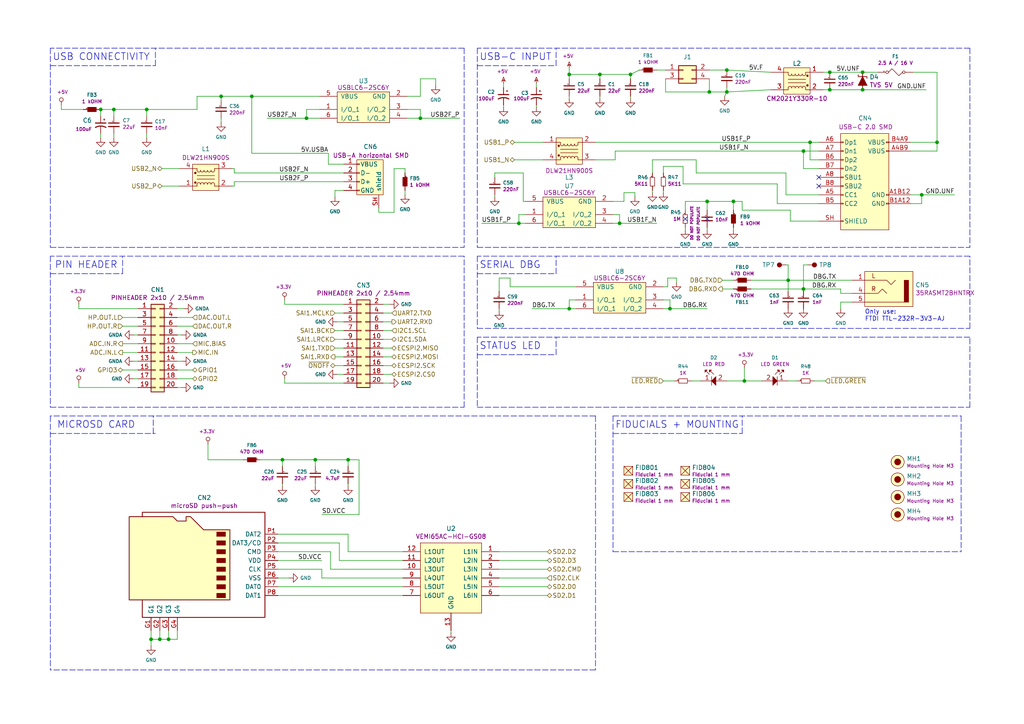
<source format=kicad_sch>
(kicad_sch (version 20211123) (generator eeschema)
  (paper "A4")
  (title_block (title "EX-PCB-10108-001") (date "2021-07-27") (rev "A") (company "OHN Electronics Inc.") (comment 1 "Uses NXP i.MX6ULx core design licensed from PolyVection UG, Germany") (comment 2 "Organelle 2 Processor board") (comment 4 "EX-PCB-10108-001 - Schematics"))
  (junction (at 194.31 89.535))
  (junction (at 240.665 26.035))
  (junction (at 150.495 64.77))
  (junction (at 233.045 43.815))
  (junction (at 88.9 34.29))
  (junction (at 173.99 21.59))
  (junction (at 64.135 27.94))
  (junction (at 240.665 20.955))
  (junction (at 43.815 185.42))
  (junction (at 81.915 133.35))
  (junction (at 73.025 27.94))
  (junction (at 48.895 185.42))
  (junction (at 165.1 89.535))
  (junction (at 33.02 31.75))
  (junction (at 210.82 26.67))
  (junction (at 267.335 56.515))
  (junction (at 29.21 31.75))
  (junction (at 165.1 21.59))
  (junction (at 212.725 58.42))
  (junction (at 100.965 133.35))
  (junction (at 121.92 34.29))
  (junction (at 205.74 26.67))
  (junction (at 42.545 31.75))
  (junction (at 250.19 20.955))
  (junction (at 91.44 133.35))
  (junction (at 205.105 58.42))
  (junction (at 234.95 41.275))
  (junction (at 250.19 26.035))
  (junction (at 179.705 64.77))
  (junction (at 182.88 21.59))
  (junction (at 233.045 83.82))
  (junction (at 271.78 41.275))
  (junction (at 210.82 20.32))
  (junction (at 215.9 110.49))
  (junction (at 228.6 81.28))
  (junction (at 46.355 185.42))
  (no_connect (at 237.49 53.975))
  (no_connect (at 237.49 51.435))
  (no_connect (at 198.755 63.5))
  (no_connect (at 205.105 63.5))
  (wire (pts (xy 189.23 55.88) (xy 189.23 55.245)))
  (wire (pts (xy 173.99 28.575) (xy 173.99 27.94)))
  (wire (pts (xy 51.435 107.315) (xy 55.88 107.315)))
  (wire (pts (xy 22.86 88.265) (xy 22.86 89.535)))
  (wire (pts (xy 33.02 33.655) (xy 33.02 31.75)))
  (wire (pts (xy 227.965 76.835) (xy 228.6 76.835)))
  (wire (pts (xy 82.55 88.265) (xy 99.695 88.265)))
  (wire (pts (xy 126.365 22.86) (xy 126.365 24.765)))
  (wire (pts (xy 264.16 56.515) (xy 267.335 56.515)))
  (polyline (pts (xy 138.43 97.79) (xy 138.43 118.11)))
  (wire (pts (xy 17.78 31.75) (xy 24.13 31.75)))
  (polyline (pts (xy 14.605 118.11) (xy 134.62 118.11)))
  (wire (pts (xy 97.155 98.425) (xy 99.695 98.425)))
  (polyline (pts (xy 138.43 95.25) (xy 281.305 95.25)))
  (wire (pts (xy 250.19 20.955) (xy 254.635 20.955)))
  (wire (pts (xy 144.78 90.17) (xy 144.78 89.535)))
  (wire (pts (xy 200.66 110.49) (xy 203.2 110.49)))
  (wire (pts (xy 228.6 76.835) (xy 228.6 81.28)))
  (wire (pts (xy 147.955 80.645) (xy 144.78 80.645)))
  (wire (pts (xy 149.225 46.355) (xy 157.48 46.355)))
  (polyline (pts (xy 161.29 19.05) (xy 161.29 13.97)))
  (wire (pts (xy 82.55 109.855) (xy 82.55 111.125)))
  (wire (pts (xy 180.975 58.42) (xy 180.975 55.88)))
  (wire (pts (xy 92.71 31.75) (xy 88.9 31.75)))
  (polyline (pts (xy 278.765 120.65) (xy 278.765 160.02)))
  (wire (pts (xy 97.155 103.505) (xy 99.695 103.505)))
  (wire (pts (xy 99.695 55.245) (xy 97.155 55.245)))
  (wire (pts (xy 237.49 48.895) (xy 233.045 48.895)))
  (wire (pts (xy 144.78 80.645) (xy 144.78 84.455)))
  (wire (pts (xy 42.545 31.75) (xy 57.15 31.75)))
  (wire (pts (xy 116.84 170.18) (xy 80.645 170.18)))
  (wire (pts (xy 196.215 80.645) (xy 196.215 81.915)))
  (wire (pts (xy 165.1 89.535) (xy 154.305 89.535)))
  (wire (pts (xy 217.805 83.82) (xy 233.045 83.82)))
  (wire (pts (xy 46.99 53.975) (xy 52.07 53.975)))
  (wire (pts (xy 67.945 50.165) (xy 99.695 50.165)))
  (polyline (pts (xy 138.43 19.05) (xy 161.29 19.05)))
  (wire (pts (xy 116.84 162.56) (xy 98.425 162.56)))
  (wire (pts (xy 198.755 58.42) (xy 205.105 58.42)))
  (wire (pts (xy 205.74 22.86) (xy 205.74 26.67)))
  (wire (pts (xy 95.885 160.02) (xy 80.645 160.02)))
  (wire (pts (xy 121.92 31.75) (xy 121.92 34.29)))
  (polyline (pts (xy 14.605 125.73) (xy 45.085 125.73)))
  (wire (pts (xy 67.945 53.975) (xy 67.31 53.975)))
  (polyline (pts (xy 134.62 13.97) (xy 14.605 13.97)))
  (wire (pts (xy 237.49 46.355) (xy 234.95 46.355)))
  (polyline (pts (xy 215.265 125.73) (xy 215.265 120.65)))
  (wire (pts (xy 152.4 62.23) (xy 150.495 62.23)))
  (wire (pts (xy 51.435 185.42) (xy 48.895 185.42)))
  (polyline (pts (xy 172.72 120.65) (xy 172.72 194.31)))
  (wire (pts (xy 22.86 89.535) (xy 40.005 89.535)))
  (wire (pts (xy 100.965 160.02) (xy 100.965 154.94)))
  (wire (pts (xy 264.795 20.955) (xy 271.78 20.955)))
  (wire (pts (xy 35.56 92.075) (xy 40.005 92.075)))
  (wire (pts (xy 243.84 85.09) (xy 247.015 85.09)))
  (wire (pts (xy 116.84 165.1) (xy 95.885 165.1)))
  (wire (pts (xy 194.31 89.535) (xy 205.105 89.535)))
  (wire (pts (xy 117.475 48.895) (xy 117.475 50.165)))
  (wire (pts (xy 116.84 172.72) (xy 80.645 172.72)))
  (wire (pts (xy 237.49 56.515) (xy 227.965 56.515)))
  (polyline (pts (xy 44.45 125.73) (xy 44.45 120.65)))
  (wire (pts (xy 109.855 61.595) (xy 114.3 61.595)))
  (wire (pts (xy 60.325 133.35) (xy 70.485 133.35)))
  (wire (pts (xy 57.15 31.75) (xy 57.15 27.94)))
  (wire (pts (xy 198.12 53.34) (xy 198.12 48.26)))
  (wire (pts (xy 194.31 86.995) (xy 194.31 89.535)))
  (wire (pts (xy 48.895 185.42) (xy 46.355 185.42)))
  (wire (pts (xy 113.03 111.125) (xy 111.125 111.125)))
  (wire (pts (xy 189.23 46.355) (xy 189.23 50.165)))
  (wire (pts (xy 143.51 50.165) (xy 143.51 51.435)))
  (wire (pts (xy 51.435 102.235) (xy 55.88 102.235)))
  (wire (pts (xy 178.435 43.815) (xy 178.435 46.355)))
  (wire (pts (xy 118.11 27.94) (xy 121.92 27.94)))
  (wire (pts (xy 238.76 26.035) (xy 240.665 26.035)))
  (wire (pts (xy 29.21 33.655) (xy 29.21 31.75)))
  (wire (pts (xy 267.335 56.515) (xy 276.86 56.515)))
  (wire (pts (xy 97.79 108.585) (xy 99.695 108.585)))
  (polyline (pts (xy 138.43 13.97) (xy 138.43 71.755)))
  (wire (pts (xy 82.55 111.125) (xy 99.695 111.125)))
  (wire (pts (xy 215.265 60.96) (xy 229.235 60.96)))
  (wire (pts (xy 192.405 48.26) (xy 192.405 50.165)))
  (wire (pts (xy 271.78 41.275) (xy 271.78 20.955)))
  (wire (pts (xy 38.735 109.855) (xy 40.005 109.855)))
  (wire (pts (xy 113.665 108.585) (xy 111.125 108.585)))
  (wire (pts (xy 198.755 60.96) (xy 198.755 58.42)))
  (wire (pts (xy 240.665 20.955) (xy 250.19 20.955)))
  (wire (pts (xy 150.495 64.77) (xy 152.4 64.77)))
  (wire (pts (xy 100.965 154.94) (xy 80.645 154.94)))
  (wire (pts (xy 113.665 93.345) (xy 111.125 93.345)))
  (wire (pts (xy 88.9 34.29) (xy 92.71 34.29)))
  (wire (pts (xy 146.05 24.13) (xy 146.05 25.4)))
  (wire (pts (xy 42.545 33.655) (xy 42.545 31.75)))
  (wire (pts (xy 243.84 83.82) (xy 243.84 85.09)))
  (wire (pts (xy 247.015 87.63) (xy 243.84 87.63)))
  (wire (pts (xy 247.015 81.28) (xy 228.6 81.28)))
  (polyline (pts (xy 138.43 79.375) (xy 161.29 79.375)))
  (wire (pts (xy 81.915 133.35) (xy 91.44 133.35)))
  (wire (pts (xy 233.045 83.82) (xy 243.84 83.82)))
  (wire (pts (xy 158.75 172.72) (xy 144.78 172.72)))
  (wire (pts (xy 205.105 66.675) (xy 205.105 66.04)))
  (wire (pts (xy 165.1 28.575) (xy 165.1 27.94)))
  (wire (pts (xy 43.815 185.42) (xy 43.815 187.325)))
  (polyline (pts (xy 172.72 120.65) (xy 14.605 120.65)))
  (wire (pts (xy 109.855 60.325) (xy 109.855 61.595)))
  (wire (pts (xy 113.665 103.505) (xy 111.125 103.505)))
  (wire (pts (xy 22.86 112.395) (xy 40.005 112.395)))
  (wire (pts (xy 243.84 87.63) (xy 243.84 89.535)))
  (wire (pts (xy 180.975 55.88) (xy 184.15 55.88)))
  (wire (pts (xy 228.6 84.455) (xy 228.6 81.28)))
  (wire (pts (xy 205.74 26.67) (xy 210.82 26.67)))
  (wire (pts (xy 80.645 162.56) (xy 93.345 162.56)))
  (polyline (pts (xy 14.605 19.05) (xy 45.085 19.05)))
  (wire (pts (xy 64.135 29.21) (xy 64.135 27.94)))
  (wire (pts (xy 146.05 31.115) (xy 146.05 30.48)))
  (polyline (pts (xy 281.305 118.11) (xy 281.305 97.79)))
  (wire (pts (xy 152.4 58.42) (xy 151.765 58.42)))
  (polyline (pts (xy 14.605 74.295) (xy 14.605 118.11)))
  (wire (pts (xy 80.645 165.1) (xy 93.345 165.1)))
  (wire (pts (xy 271.78 43.815) (xy 271.78 41.275)))
  (wire (pts (xy 215.265 58.42) (xy 215.265 60.96)))
  (wire (pts (xy 215.9 110.49) (xy 220.98 110.49)))
  (polyline (pts (xy 138.43 71.755) (xy 281.305 71.755)))
  (wire (pts (xy 182.88 28.575) (xy 182.88 27.94)))
  (wire (pts (xy 97.155 95.885) (xy 99.695 95.885)))
  (wire (pts (xy 104.14 133.35) (xy 104.14 149.225)))
  (wire (pts (xy 93.345 165.1) (xy 93.345 167.64)))
  (wire (pts (xy 238.76 20.955) (xy 240.665 20.955)))
  (wire (pts (xy 81.915 133.35) (xy 81.915 135.255)))
  (wire (pts (xy 264.16 59.055) (xy 267.335 59.055)))
  (wire (pts (xy 158.75 162.56) (xy 144.78 162.56)))
  (wire (pts (xy 91.44 140.97) (xy 91.44 140.335)))
  (wire (pts (xy 67.945 52.705) (xy 99.695 52.705)))
  (wire (pts (xy 173.99 21.59) (xy 165.1 21.59)))
  (wire (pts (xy 80.645 157.48) (xy 98.425 157.48)))
  (wire (pts (xy 234.95 46.355) (xy 234.95 41.275)))
  (wire (pts (xy 60.325 128.905) (xy 60.325 133.35)))
  (wire (pts (xy 201.93 46.355) (xy 189.23 46.355)))
  (wire (pts (xy 97.155 106.045) (xy 99.695 106.045)))
  (wire (pts (xy 73.025 27.94) (xy 92.71 27.94)))
  (wire (pts (xy 55.88 99.695) (xy 51.435 99.695)))
  (wire (pts (xy 51.435 94.615) (xy 55.88 94.615)))
  (wire (pts (xy 233.045 84.455) (xy 233.045 83.82)))
  (polyline (pts (xy 281.305 74.295) (xy 138.43 74.295)))
  (wire (pts (xy 182.88 21.59) (xy 185.42 20.32)))
  (wire (pts (xy 173.99 21.59) (xy 182.88 21.59)))
  (wire (pts (xy 82.55 86.995) (xy 82.55 88.265)))
  (wire (pts (xy 121.92 34.29) (xy 118.11 34.29)))
  (wire (pts (xy 225.425 59.055) (xy 237.49 59.055)))
  (wire (pts (xy 38.735 104.775) (xy 40.005 104.775)))
  (wire (pts (xy 48.895 182.88) (xy 48.895 185.42)))
  (wire (pts (xy 172.72 41.275) (xy 234.95 41.275)))
  (polyline (pts (xy 138.43 118.11) (xy 281.305 118.11)))
  (wire (pts (xy 29.21 40.005) (xy 29.21 38.735)))
  (wire (pts (xy 150.495 64.77) (xy 139.7 64.77)))
  (wire (pts (xy 182.88 22.86) (xy 182.88 21.59)))
  (wire (pts (xy 121.92 22.86) (xy 126.365 22.86)))
  (wire (pts (xy 67.945 50.165) (xy 67.945 48.895)))
  (wire (pts (xy 210.82 25.4) (xy 210.82 26.67)))
  (wire (pts (xy 215.9 106.68) (xy 215.9 110.49)))
  (wire (pts (xy 155.575 31.115) (xy 155.575 30.48)))
  (wire (pts (xy 198.12 48.26) (xy 192.405 48.26)))
  (wire (pts (xy 100.965 133.35) (xy 100.965 135.255)))
  (wire (pts (xy 95.885 165.1) (xy 95.885 160.02)))
  (polyline (pts (xy 14.605 71.755) (xy 134.62 71.755)))
  (wire (pts (xy 100.965 133.35) (xy 104.14 133.35)))
  (polyline (pts (xy 281.305 97.79) (xy 138.43 97.79)))
  (wire (pts (xy 236.22 110.49) (xy 239.395 110.49)))
  (wire (pts (xy 212.725 66.675) (xy 212.725 66.04)))
  (wire (pts (xy 193.04 26.67) (xy 205.74 26.67)))
  (wire (pts (xy 113.03 88.265) (xy 111.125 88.265)))
  (polyline (pts (xy 14.605 120.65) (xy 14.605 194.31)))
  (wire (pts (xy 210.185 27.94) (xy 210.82 26.67)))
  (wire (pts (xy 64.135 35.56) (xy 64.135 34.29)))
  (wire (pts (xy 227.965 50.165) (xy 227.965 56.515)))
  (wire (pts (xy 233.045 48.895) (xy 233.045 43.815)))
  (wire (pts (xy 193.675 80.645) (xy 196.215 80.645)))
  (wire (pts (xy 113.665 90.805) (xy 111.125 90.805)))
  (wire (pts (xy 212.725 60.96) (xy 212.725 58.42)))
  (polyline (pts (xy 281.305 13.97) (xy 138.43 13.97)))
  (wire (pts (xy 40.005 102.235) (xy 35.56 102.235)))
  (wire (pts (xy 233.045 43.815) (xy 237.49 43.815)))
  (wire (pts (xy 121.92 27.94) (xy 121.92 22.86)))
  (wire (pts (xy 113.665 95.885) (xy 111.125 95.885)))
  (wire (pts (xy 17.78 30.48) (xy 17.78 31.75)))
  (wire (pts (xy 229.235 64.135) (xy 237.49 64.135)))
  (wire (pts (xy 57.15 27.94) (xy 64.135 27.94)))
  (wire (pts (xy 116.84 167.64) (xy 93.345 167.64)))
  (polyline (pts (xy 177.8 120.65) (xy 278.765 120.65)))
  (wire (pts (xy 233.045 76.835) (xy 233.045 83.82)))
  (wire (pts (xy 264.16 43.815) (xy 271.78 43.815)))
  (wire (pts (xy 155.575 25.4) (xy 155.575 24.13)))
  (wire (pts (xy 193.675 83.185) (xy 193.675 80.645)))
  (wire (pts (xy 33.02 31.75) (xy 42.545 31.75)))
  (wire (pts (xy 177.8 62.23) (xy 179.705 62.23)))
  (polyline (pts (xy 281.305 95.25) (xy 281.305 74.295)))
  (wire (pts (xy 52.07 48.895) (xy 46.99 48.895)))
  (wire (pts (xy 165.1 21.59) (xy 165.1 19.685)))
  (wire (pts (xy 210.82 26.67) (xy 223.52 26.035)))
  (wire (pts (xy 234.315 76.835) (xy 233.045 76.835)))
  (wire (pts (xy 29.21 31.75) (xy 33.02 31.75)))
  (wire (pts (xy 195.58 110.49) (xy 192.405 110.49)))
  (wire (pts (xy 95.25 44.45) (xy 95.25 47.625)))
  (wire (pts (xy 121.92 34.29) (xy 133.35 34.29)))
  (wire (pts (xy 116.84 160.02) (xy 100.965 160.02)))
  (wire (pts (xy 198.755 66.675) (xy 198.755 66.04)))
  (polyline (pts (xy 177.8 125.73) (xy 215.265 125.73)))
  (wire (pts (xy 35.56 99.695) (xy 40.005 99.695)))
  (polyline (pts (xy 134.62 74.295) (xy 14.605 74.295)))
  (wire (pts (xy 46.355 185.42) (xy 46.355 182.88)))
  (wire (pts (xy 205.105 58.42) (xy 212.725 58.42)))
  (wire (pts (xy 158.75 170.18) (xy 144.78 170.18)))
  (wire (pts (xy 114.3 48.895) (xy 117.475 48.895)))
  (wire (pts (xy 165.1 89.535) (xy 167.005 89.535)))
  (wire (pts (xy 64.135 27.94) (xy 73.025 27.94)))
  (wire (pts (xy 104.14 149.225) (xy 93.345 149.225)))
  (wire (pts (xy 40.005 94.615) (xy 35.56 94.615)))
  (wire (pts (xy 201.93 50.165) (xy 227.965 50.165)))
  (wire (pts (xy 158.75 167.64) (xy 144.78 167.64)))
  (wire (pts (xy 178.435 46.355) (xy 172.72 46.355)))
  (wire (pts (xy 205.74 20.32) (xy 210.82 20.32)))
  (wire (pts (xy 113.665 100.965) (xy 111.125 100.965)))
  (wire (pts (xy 52.705 112.395) (xy 51.435 112.395)))
  (wire (pts (xy 43.815 185.42) (xy 46.355 185.42)))
  (wire (pts (xy 234.95 41.275) (xy 237.49 41.275)))
  (wire (pts (xy 95.25 47.625) (xy 99.695 47.625)))
  (wire (pts (xy 22.86 111.125) (xy 22.86 112.395)))
  (wire (pts (xy 228.6 81.28) (xy 217.805 81.28)))
  (polyline (pts (xy 134.62 13.97) (xy 134.62 71.755)))
  (wire (pts (xy 52.705 97.155) (xy 51.435 97.155)))
  (wire (pts (xy 193.04 22.86) (xy 193.04 26.67)))
  (wire (pts (xy 179.705 62.23) (xy 179.705 64.77)))
  (wire (pts (xy 67.945 52.705) (xy 67.945 53.975)))
  (polyline (pts (xy 14.605 79.375) (xy 35.56 79.375)))
  (wire (pts (xy 192.405 86.995) (xy 194.31 86.995)))
  (wire (pts (xy 55.88 109.855) (xy 51.435 109.855)))
  (wire (pts (xy 205.105 60.96) (xy 205.105 58.42)))
  (wire (pts (xy 42.545 40.005) (xy 42.545 38.735)))
  (wire (pts (xy 88.9 31.75) (xy 88.9 34.29)))
  (wire (pts (xy 73.025 44.45) (xy 73.025 27.94)))
  (wire (pts (xy 81.915 140.97) (xy 81.915 140.335)))
  (wire (pts (xy 167.005 86.995) (xy 165.1 86.995)))
  (polyline (pts (xy 138.43 102.87) (xy 161.29 102.87)))
  (wire (pts (xy 35.56 107.315) (xy 40.005 107.315)))
  (wire (pts (xy 215.9 110.49) (xy 210.82 110.49)))
  (wire (pts (xy 53.34 89.535) (xy 51.435 89.535)))
  (polyline (pts (xy 177.8 160.02) (xy 278.765 160.02)))
  (wire (pts (xy 91.44 133.35) (xy 100.965 133.35)))
  (wire (pts (xy 151.765 58.42) (xy 151.765 50.165)))
  (wire (pts (xy 150.495 62.23) (xy 150.495 64.77)))
  (polyline (pts (xy 45.085 19.05) (xy 45.085 13.97)))
  (wire (pts (xy 118.11 31.75) (xy 121.92 31.75)))
  (wire (pts (xy 113.665 106.045) (xy 111.125 106.045)))
  (wire (pts (xy 225.425 53.34) (xy 198.12 53.34)))
  (wire (pts (xy 88.9 34.29) (xy 77.47 34.29)))
  (wire (pts (xy 91.44 133.35) (xy 91.44 135.255)))
  (polyline (pts (xy 161.29 102.87) (xy 161.29 97.79)))
  (wire (pts (xy 75.565 133.35) (xy 81.915 133.35)))
  (wire (pts (xy 225.425 59.055) (xy 225.425 53.34)))
  (wire (pts (xy 177.8 58.42) (xy 180.975 58.42)))
  (wire (pts (xy 113.665 98.425) (xy 111.125 98.425)))
  (wire (pts (xy 43.815 182.88) (xy 43.815 185.42)))
  (polyline (pts (xy 172.72 194.31) (xy 14.605 194.31)))
  (wire (pts (xy 229.235 64.135) (xy 229.235 60.96)))
  (wire (pts (xy 201.93 50.165) (xy 201.93 46.355)))
  (wire (pts (xy 212.725 81.28) (xy 209.55 81.28)))
  (wire (pts (xy 167.005 83.185) (xy 147.955 83.185)))
  (wire (pts (xy 250.19 26.035) (xy 268.605 26.035)))
  (wire (pts (xy 55.88 92.075) (xy 51.435 92.075)))
  (polyline (pts (xy 138.43 74.295) (xy 138.43 95.25)))
  (wire (pts (xy 51.435 182.88) (xy 51.435 185.42)))
  (wire (pts (xy 97.79 93.345) (xy 99.695 93.345)))
  (wire (pts (xy 240.665 26.035) (xy 250.19 26.035)))
  (wire (pts (xy 192.405 83.185) (xy 193.675 83.185)))
  (wire (pts (xy 143.51 57.15) (xy 143.51 56.515)))
  (wire (pts (xy 52.705 104.775) (xy 51.435 104.775)))
  (wire (pts (xy 73.025 44.45) (xy 95.25 44.45)))
  (wire (pts (xy 178.435 43.815) (xy 233.045 43.815)))
  (wire (pts (xy 212.725 58.42) (xy 215.265 58.42)))
  (wire (pts (xy 157.48 41.275) (xy 149.225 41.275)))
  (wire (pts (xy 100.965 140.97) (xy 100.965 140.335)))
  (wire (pts (xy 158.75 165.1) (xy 144.78 165.1)))
  (wire (pts (xy 271.78 41.275) (xy 264.16 41.275)))
  (wire (pts (xy 83.82 167.64) (xy 80.645 167.64)))
  (wire (pts (xy 67.945 48.895) (xy 67.31 48.895)))
  (wire (pts (xy 179.705 64.77) (xy 177.8 64.77)))
  (polyline (pts (xy 177.8 120.65) (xy 177.8 160.02)))
  (wire (pts (xy 209.55 83.82) (xy 212.725 83.82)))
  (wire (pts (xy 130.81 183.515) (xy 130.81 182.88)))
  (wire (pts (xy 267.335 59.055) (xy 267.335 56.515)))
  (wire (pts (xy 184.15 55.88) (xy 184.15 57.15)))
  (wire (pts (xy 165.1 21.59) (xy 165.1 22.86)))
  (wire (pts (xy 158.75 160.02) (xy 144.78 160.02)))
  (wire (pts (xy 147.955 83.185) (xy 147.955 80.645)))
  (wire (pts (xy 114.3 48.895) (xy 114.3 61.595)))
  (wire (pts (xy 97.155 90.805) (xy 99.695 90.805)))
  (wire (pts (xy 117.475 56.515) (xy 117.475 55.245)))
  (wire (pts (xy 192.405 55.88) (xy 192.405 55.245)))
  (polyline (pts (xy 161.29 79.375) (xy 161.29 74.295)))
  (wire (pts (xy 97.155 55.245) (xy 97.155 57.15)))
  (wire (pts (xy 179.705 64.77) (xy 190.5 64.77)))
  (wire (pts (xy 38.735 97.155) (xy 40.005 97.155)))
  (wire (pts (xy 210.82 20.32) (xy 223.52 20.955)))
  (polyline (pts (xy 14.605 13.97) (xy 14.605 71.755)))
  (polyline (pts (xy 281.305 13.97) (xy 281.305 71.755)))
  (wire (pts (xy 151.765 50.165) (xy 143.51 50.165)))
  (wire (pts (xy 231.14 110.49) (xy 228.6 110.49)))
  (polyline (pts (xy 134.62 118.11) (xy 134.62 74.295)))
  (wire (pts (xy 194.31 89.535) (xy 192.405 89.535)))
  (wire (pts (xy 165.1 86.995) (xy 165.1 89.535)))
  (wire (pts (xy 190.5 20.32) (xy 193.04 20.32)))
  (wire (pts (xy 173.99 22.86) (xy 173.99 21.59)))
  (wire (pts (xy 33.02 40.005) (xy 33.02 38.735)))
  (wire (pts (xy 97.155 100.965) (xy 99.695 100.965)))
  (wire (pts (xy 98.425 157.48) (xy 98.425 162.56)))
  (polyline (pts (xy 35.56 79.375) (xy 35.56 74.295)))
  (text "USB-C INPUT" (at 139.065 17.78 0) (effects (font (size 2.0066 2.0066)) (justify left bottom)))
  (text "USB CONNECTIVITY" (at 15.24 17.78 0) (effects (font (size 2.0066 2.0066)) (justify left bottom)))
  (text "MICROSD CARD" (at 16.51 124.46 0) (effects (font (size 2.0066 2.0066)) (justify left bottom)))
  (text "SERIAL DBG" (at 139.065 78.105 0) (effects (font (size 2.0066 2.0066)) (justify left bottom)))
  (text "Only use:\nFTDI TTL-232R-3V3-AJ" (at 250.825 93.345 0) (effects (font (size 1.27 1.27)) (justify left bottom)))
  (text "FIDUCIALS + MOUNTING" (at 178.435 124.46 0) (effects (font (size 2.0066 2.0066)) (justify left bottom)))
  (text "STATUS LED" (at 139.065 101.6 0) (effects (font (size 2.0066 2.0066)) (justify left bottom)))
  (text "PIN HEADER" (at 15.875 78.105 0) (effects (font (size 2.0066 2.0066)) (justify left bottom)))
  (label "GND.UNF" (at 268.605 26.035 180))
  (label "USB1F_P" (at 217.805 41.275 180))
  (label "SD.VCC" (at 93.345 162.56 180))
  (label "SD.VCC" (at 93.345 149.225 0))
  (label "5V.UNF" (at 242.57 20.955 0))
  (label "USB2F_P" (at 89.535 52.705 180))
  (label "DBG.RX" (at 205.105 89.535 180))
  (label "DBG.TX" (at 154.305 89.535 0))
  (label "5V.F" (at 217.1858 20.6383 0))
  (label "USB1F_N" (at 217.17 43.815 180))
  (label "DBG.RX" (at 242.57 83.82 180))
  (label "GND.UNF" (at 276.86 56.515 180))
  (label "USB2F_N" (at 77.47 34.29 0))
  (label "DBG.TX" (at 242.57 81.28 180))
  (label "USB2F_P" (at 133.35 34.29 180))
  (label "USB1F_N" (at 190.5 64.77 180))
  (label "USB1F_P" (at 139.7 64.77 0))
  (label "USB2F_N" (at 89.535 50.165 180))
  (label "5V.USBA" (at 95.25 44.45 180))
  (hierarchical_label "SAI1.BCK" (shape input) (at 97.155 95.885 180))
  (hierarchical_label "DBG.TXD" (shape input) (at 209.55 81.28 180))
  (hierarchical_label "HP.OUT.R" (shape input) (at 35.56 94.615 180))
  (hierarchical_label "DAC.OUT.R" (shape input) (at 55.88 94.615 0))
  (hierarchical_label "DBG.RXD" (shape output) (at 209.55 83.82 180))
  (hierarchical_label "ADC.IN.L" (shape output) (at 35.56 102.235 180))
  (hierarchical_label "ECSPI2.MOSI" (shape bidirectional) (at 113.665 103.505 0))
  (hierarchical_label "UART2.RXD" (shape output) (at 113.665 93.345 0))
  (hierarchical_label "ECSPI2.SCK" (shape bidirectional) (at 113.665 106.045 0))
  (hierarchical_label "SD2.CLK" (shape input) (at 158.75 167.64 0))
  (hierarchical_label "USB2_N" (shape bidirectional) (at 46.99 48.895 180))
  (hierarchical_label "MIC.BIAS" (shape input) (at 55.88 99.695 0))
  (hierarchical_label "USB2_P" (shape bidirectional) (at 46.99 53.975 180))
  (hierarchical_label "SAI1.RXD" (shape output) (at 97.155 103.505 180))
  (hierarchical_label "GPIO3" (shape bidirectional) (at 35.56 107.315 180))
  (hierarchical_label "USB1_P" (shape bidirectional) (at 149.225 41.275 180))
  (hierarchical_label "GPIO1" (shape bidirectional) (at 55.88 107.315 0))
  (hierarchical_label "I2C1.SDA" (shape bidirectional) (at 113.665 98.425 0))
  (hierarchical_label "SD2.D0" (shape bidirectional) (at 158.75 170.18 0))
  (hierarchical_label "DAC.OUT.L" (shape input) (at 55.88 92.075 0))
  (hierarchical_label "SD2.D3" (shape bidirectional) (at 158.75 162.56 0))
  (hierarchical_label "USB1_N" (shape bidirectional) (at 149.225 46.355 180))
  (hierarchical_label "~{ONOFF}" (shape bidirectional) (at 97.155 106.045 180))
  (hierarchical_label "GPIO2" (shape bidirectional) (at 55.88 109.855 0))
  (hierarchical_label "SAI1.MCLK" (shape input) (at 97.155 90.805 180))
  (hierarchical_label "I2C1.SCL" (shape input) (at 113.665 95.885 0))
  (hierarchical_label "~{LED.GREEN}" (shape input) (at 239.395 110.49 0))
  (hierarchical_label "~{LED.RED}" (shape input) (at 192.405 110.49 180))
  (hierarchical_label "ADC.IN.R" (shape output) (at 35.56 99.695 180))
  (hierarchical_label "HP.OUT.L" (shape input) (at 35.56 92.075 180))
  (hierarchical_label "SD2.D1" (shape bidirectional) (at 158.75 172.72 0))
  (hierarchical_label "ECSPI2.CS0" (shape bidirectional) (at 113.665 108.585 0))
  (hierarchical_label "SAI1.LRCK" (shape input) (at 97.155 98.425 180))
  (hierarchical_label "ECSPI2.MISO" (shape bidirectional) (at 113.665 100.965 0))
  (hierarchical_label "SD2.D2" (shape bidirectional) (at 158.75 160.02 0))
  (hierarchical_label "UART2.TXD" (shape input) (at 113.665 90.805 0))
  (hierarchical_label "SAI1.TXD" (shape input) (at 97.155 100.965 180))
  (hierarchical_label "MIC.IN" (shape output) (at 55.88 102.235 0))
  (hierarchical_label "SD2.CMD" (shape bidirectional) (at 158.75 165.1 0))
  (symbol (lib_id "PV-EC-BRD-003:PV-EC-BRD-003-001") (at 182.245 136.525 0) (unit 1)
    (property "Reference" "FID801" (at 184.2008 135.6106 0) (effects (justify left)))
    (property "Value" "PV-EC-BRD-003-001" (effects hide))
    (property "Footprint" "PV-EC-BRD-001:Fiducial_1mm" (effects hide))
    (property "PV-Code" "PV-EC-BRD-003-001" (effects hide))
    (property "Description" "Fiducial 1 mm" (at 184.2008 137.6426 0) (effects (font (size 0.9906 0.9906)) (justify left)))
    (property "Detail" "FID:1mm / no mask / no paste" (effects hide))
    (property "Option" "DO NOT POPULATE" (effects hide))
    (property "Layer" "TOP" (effects hide))
    (property "Type" "FID" (effects hide))
  )
  (symbol (lib_id "PV-EC-BRD-003:PV-EC-BRD-003-001") (at 182.245 140.335 0) (unit 1)
    (property "Reference" "FID802" (at 184.2008 139.4206 0) (effects (justify left)))
    (property "Value" "PV-EC-BRD-003-001" (effects hide))
    (property "Footprint" "PV-EC-BRD-001:Fiducial_1mm" (effects hide))
    (property "PV-Code" "PV-EC-BRD-003-001" (effects hide))
    (property "Description" "Fiducial 1 mm" (at 184.2008 141.4526 0) (effects (font (size 0.9906 0.9906)) (justify left)))
    (property "Detail" "FID:1mm / no mask / no paste" (effects hide))
    (property "Option" "DO NOT POPULATE" (effects hide))
    (property "Layer" "TOP" (effects hide))
    (property "Type" "FID" (effects hide))
  )
  (symbol (lib_id "PV-EC-BRD-003:PV-EC-BRD-003-001") (at 182.245 144.145 0) (unit 1)
    (property "Reference" "FID803" (at 184.2008 143.2306 0) (effects (justify left)))
    (property "Value" "PV-EC-BRD-003-001" (effects hide))
    (property "Footprint" "PV-EC-BRD-001:Fiducial_1mm" (effects hide))
    (property "PV-Code" "PV-EC-BRD-003-001" (effects hide))
    (property "Description" "Fiducial 1 mm" (at 184.2008 145.2626 0) (effects (font (size 0.9906 0.9906)) (justify left)))
    (property "Detail" "FID:1mm / no mask / no paste" (effects hide))
    (property "Option" "DO NOT POPULATE" (effects hide))
    (property "Layer" "TOP" (effects hide))
    (property "Type" "FID" (effects hide))
  )
  (symbol (lib_id "PV-EC-BRD-003:PV-EC-BRD-003-001") (at 198.755 136.525 0) (unit 1)
    (property "Reference" "FID804" (at 200.7108 135.6106 0) (effects (justify left)))
    (property "Value" "PV-EC-BRD-003-001" (effects hide))
    (property "Footprint" "PV-EC-BRD-001:Fiducial_1mm" (effects hide))
    (property "PV-Code" "PV-EC-BRD-003-001" (effects hide))
    (property "Description" "Fiducial 1 mm" (at 200.7108 137.6426 0) (effects (font (size 0.9906 0.9906)) (justify left)))
    (property "Detail" "FID:1mm / no mask / no paste" (effects hide))
    (property "Option" "DO NOT POPULATE" (effects hide))
    (property "Layer" "TOP" (effects hide))
    (property "Type" "FID" (effects hide))
  )
  (symbol (lib_id "PV-EC-BRD-003:PV-EC-BRD-003-001") (at 198.755 140.335 0) (unit 1)
    (property "Reference" "FID805" (at 200.7108 139.4206 0) (effects (justify left)))
    (property "Value" "PV-EC-BRD-003-001" (effects hide))
    (property "Footprint" "PV-EC-BRD-001:Fiducial_1mm" (effects hide))
    (property "PV-Code" "PV-EC-BRD-003-001" (effects hide))
    (property "Description" "Fiducial 1 mm" (at 200.7108 141.4526 0) (effects (font (size 0.9906 0.9906)) (justify left)))
    (property "Detail" "FID:1mm / no mask / no paste" (effects hide))
    (property "Option" "DO NOT POPULATE" (effects hide))
    (property "Layer" "TOP" (effects hide))
    (property "Type" "FID" (effects hide))
  )
  (symbol (lib_id "PV-EC-BRD-003:PV-EC-BRD-003-001") (at 198.755 144.145 0) (unit 1)
    (property "Reference" "FID806" (at 200.7108 143.2306 0) (effects (justify left)))
    (property "Value" "PV-EC-BRD-003-001" (effects hide))
    (property "Footprint" "PV-EC-BRD-001:Fiducial_1mm" (effects hide))
    (property "PV-Code" "PV-EC-BRD-003-001" (effects hide))
    (property "Description" "Fiducial 1 mm" (at 200.7108 145.2626 0) (effects (font (size 0.9906 0.9906)) (justify left)))
    (property "Detail" "FID:1mm / no mask / no paste" (effects hide))
    (property "Option" "DO NOT POPULATE" (effects hide))
    (property "Layer" "TOP" (effects hide))
    (property "Type" "FID" (effects hide))
  )
  (symbol (lib_id "PV-EC-CAP-022:PV-EC-CAP-022-220N") (at 210.82 22.86 0) (unit 1)
    (property "Reference" "C19" (at 213.1568 21.8948 0) (effects (font (size 0.9906 0.9906)) (justify left)))
    (property "Value" "PV-EC-CAP-022-220N" (effects hide))
    (property "Footprint" "PV-EC-CAP-001:0603" (effects hide))
    (property "PV-Code" "PV-EC-CAP-022-220N" (effects hide))
    (property "PV-Number" "6000225" (effects hide))
    (property "Description" "220nF" (at 213.1568 23.7998 0) (effects (font (size 0.9906 0.9906)) (justify left)))
    (property "Detail" "C:0603 / 50V / 10% / X7R" (effects hide))
    (property "Option" "POPULATE" (effects hide))
    (property "Layer" "TOP" (effects hide))
    (property "Type" "SMD" (effects hide))
  )
  (symbol (lib_id "PV-EC-FIL-006:PV-EC-FIL-006-003") (at 231.14 23.495 0) (mirror y) (unit 1)
    (property "Reference" "L2" (at 231.14 18.415 0))
    (property "Value" "PV-EC-FIL-006-003" (effects hide))
    (property "Footprint" "PV-EC-FIL-001:CM2021Y330R-10" (effects hide))
    (property "PV-Code" "PV-EC-FIL-006-003" (effects hide))
    (property "PV-Number" "6000417" (effects hide))
    (property "Description" "CM2021Y330R-10" (at 231.14 28.575 0))
    (property "Detail" "L:CM2021Y330R-10 / CM2021Y330R-10 / common mode choke / SMD " (effects hide))
    (property "Option" "POPULATE" (effects hide))
    (property "Layer" "TOP" (effects hide))
    (property "Type" "SMD" (effects hide))
  )
  (symbol (lib_id "PV-EC-BRD-007:PV-EC-BRD-007-005") (at 260.35 133.985 0) (unit 1)
    (property "Reference" "MH1" (at 262.9662 133.0198 0) (effects (justify left)))
    (property "Value" "PV-EC-BRD-007-005" (effects hide))
    (property "Footprint" "PV-EC-BRD-002:MH_3.2_M3" (effects hide))
    (property "PV-Code" "PV-EC-BRD-007-005" (effects hide))
    (property "Description" "Mounting Hole M3" (at 262.9662 135.128 0) (effects (font (size 0.9906 0.9906)) (justify left)))
    (property "Detail" "MH:M3 / mounting hole M3" (effects hide))
    (property "Option" "DO NOT POPULATE" (effects hide))
    (property "Layer" "TOP" (effects hide))
    (property "Type" "MOUNTING HOLE" (effects hide))
  )
  (symbol (lib_id "PV-EC-BRD-007:PV-EC-BRD-007-005") (at 260.35 139.065 0) (unit 1)
    (property "Reference" "MH2" (at 262.9662 138.0998 0) (effects (justify left)))
    (property "Value" "PV-EC-BRD-007-005" (effects hide))
    (property "Footprint" "PV-EC-BRD-002:MH_3.2_M3" (effects hide))
    (property "PV-Code" "PV-EC-BRD-007-005" (effects hide))
    (property "Description" "Mounting Hole M3" (at 262.9662 140.208 0) (effects (font (size 0.9906 0.9906)) (justify left)))
    (property "Detail" "MH:M3 / mounting hole M3" (effects hide))
    (property "Option" "DO NOT POPULATE" (effects hide))
    (property "Layer" "TOP" (effects hide))
    (property "Type" "MOUNTING HOLE" (effects hide))
  )
  (symbol (lib_id "PV-EC-PWR-003:GND") (at 43.815 187.325 0) (mirror y) (unit 1)
    (property "Reference" "#PWR0123" (effects hide))
    (property "Value" "GND" (at 43.815 191.4398 0) (effects (font (size 0.9906 0.9906))))
  )
  (symbol (lib_id "PV-EC-PWR-003:GND") (at 83.82 167.64 90) (mirror x) (unit 1)
    (property "Reference" "#PWR0124" (effects hide))
    (property "Value" "GND" (at 87.0458 167.64 90) (effects (font (size 0.9906 0.9906)) (justify right)))
  )
  (symbol (lib_id "PV-EC-PWR-003:GND") (at 130.81 183.515 0) (mirror y) (unit 1)
    (property "Reference" "#PWR0132" (effects hide))
    (property "Value" "GND" (at 130.81 187.6298 0) (effects (font (size 0.9906 0.9906))))
  )
  (symbol (lib_id "PV-EC-CAP-017:PV-EC-CAP-017-22U") (at 165.1 25.4 0) (unit 1)
    (property "Reference" "C5" (at 167.4368 24.4348 0) (effects (font (size 0.9906 0.9906)) (justify left)))
    (property "Value" "PV-EC-CAP-017-22U" (effects hide))
    (property "Footprint" "PV-EC-CAP-001:0603" (effects hide))
    (property "PV-Code" "PV-EC-CAP-017-22U" (effects hide))
    (property "PV-Number" "6000002" (effects hide))
    (property "Description" "22uF" (at 167.4368 26.3398 0) (effects (font (size 0.9906 0.9906)) (justify left)))
    (property "Detail" "C:0603 / 6.3V / 20% / X5R" (effects hide))
    (property "Option" "POPULATE" (effects hide))
    (property "Layer" "TOP" (effects hide))
    (property "Type" "SMD" (effects hide))
  )
  (symbol (lib_id "PV-EC-OPT-006:PV-EC-OPT-006-002") (at 207.01 110.49 0) (unit 1)
    (property "Reference" "D2" (at 207.01 103.7336 0) (effects (font (size 0.9906 0.9906))))
    (property "Value" "PV-EC-OPT-006-002" (effects hide))
    (property "Footprint" "PV-EC-OPT-001:0603" (effects hide))
    (property "PV-Code" "PV-EC-OPT-006-002" (effects hide))
    (property "PV-Number" "6000278" (effects hide))
    (property "Description" "LED RED" (at 207.01 105.6386 0) (effects (font (size 0.9906 0.9906))))
    (property "Detail" "D:0603 / SMD LED Red 20 mA " (effects hide))
    (property "Option" "POPULATE" (effects hide))
    (property "Layer" "TOP" (effects hide))
    (property "Type" "SMD" (effects hide))
  )
  (symbol (lib_id "PV-EC-OPT-006:PV-EC-OPT-006-003") (at 224.79 110.49 0) (mirror y) (unit 1)
    (property "Reference" "D1" (at 224.79 103.7336 0) (effects (font (size 0.9906 0.9906))))
    (property "Value" "PV-EC-OPT-006-003" (effects hide))
    (property "Footprint" "PV-EC-OPT-001:0603" (effects hide))
    (property "PV-Code" "PV-EC-OPT-006-003" (effects hide))
    (property "PV-Number" "6000277" (effects hide))
    (property "Description" "LED GREEN" (at 224.79 105.6386 0) (effects (font (size 0.9906 0.9906))))
    (property "Detail" "D:0603 / SMD LED Green 20 mA " (effects hide))
    (property "Option" "POPULATE" (effects hide))
    (property "Layer" "TOP" (effects hide))
    (property "Type" "SMD" (effects hide))
  )
  (symbol (lib_id "PV-EC-PWR-003:+3.3V_INPUT") (at 215.9 106.68 0) (unit 1)
    (property "Reference" "#PWR03" (effects hide))
    (property "Value" "+3.3V_INPUT" (effects hide))
    (property "Description" "+3.3V" (at 216.2302 102.8954 0) (effects (font (size 0.9906 0.9906))))
  )
  (symbol (lib_id "PV-EC-FIL-004:PV-EC-FIL-004-002") (at 117.475 52.705 270) (unit 1)
    (property "Reference" "FB5" (at 118.8212 51.7398 90) (effects (font (size 0.9906 0.9906)) (justify left)))
    (property "Value" "PV-EC-FIL-004-002" (effects hide))
    (property "Footprint" "PV-EC-IND-001:1206" (effects hide))
    (property "PV-Code" "PV-EC-FIL-004-002" (effects hide))
    (property "PV-Number" "6000244" (effects hide))
    (property "Description" "1 kOHM" (at 118.8212 53.6448 90) (effects (font (size 0.9906 0.9906)) (justify left)))
    (property "Detail" "FB:1206 / Ferrite Bead / 25% / 2A / 75 mOhms" (effects hide))
    (property "Option" "POPULATE" (effects hide))
    (property "Layer" "TOP" (effects hide))
    (property "Type" "SMD" (effects hide))
  )
  (symbol (lib_id "PV-EC-PWR-003:GND") (at 97.155 57.15 0) (unit 1)
    (property "Reference" "#PWR017" (effects hide))
    (property "Value" "GND" (at 97.155 61.341 0) (effects (font (size 0.9906 0.9906))))
  )
  (symbol (lib_id "PV-EC-PWR-003:GND") (at 117.475 56.515 0) (unit 1)
    (property "Reference" "#PWR020" (effects hide))
    (property "Value" "GND" (at 117.475 60.706 0) (effects (font (size 0.9906 0.9906))))
  )
  (symbol (lib_id "PV-EC-CAP-017:PV-EC-CAP-017-22U") (at 33.02 36.195 0) (unit 1)
    (property "Reference" "C7" (at 35.56 34.925 0) (effects (font (size 0.9906 0.9906)) (justify left)))
    (property "Value" "PV-EC-CAP-017-22U" (effects hide))
    (property "Footprint" "PV-EC-CAP-001:0603" (effects hide))
    (property "PV-Code" "PV-EC-CAP-017-22U" (effects hide))
    (property "PV-Number" "6000002" (effects hide))
    (property "Description" "22uF" (at 35.56 36.83 0) (effects (font (size 0.9906 0.9906)) (justify left)))
    (property "Detail" "C:0603 / 6.3V / 20% / X5R" (effects hide))
    (property "Option" "POPULATE" (effects hide))
    (property "Layer" "TOP" (effects hide))
    (property "Type" "SMD" (effects hide))
  )
  (symbol (lib_id "PV-EC-PWR-003:GND") (at 33.02 40.005 0) (mirror y) (unit 1)
    (property "Reference" "#PWR013" (effects hide))
    (property "Value" "GND" (at 33.02 44.196 0) (effects (font (size 0.9906 0.9906))))
  )
  (symbol (lib_id "PV-EC-PWR-003:GND") (at 29.21 40.005 0) (mirror y) (unit 1)
    (property "Reference" "#PWR012" (effects hide))
    (property "Value" "GND" (at 29.21 44.196 0) (effects (font (size 0.9906 0.9906))))
  )
  (symbol (lib_id "PV-EC-PWR-003:+5V_INPUT") (at 17.78 30.48 0) (unit 1)
    (property "Reference" "#PWR011" (effects hide))
    (property "Value" "+5V_INPUT" (effects hide))
    (property "Description" "+5V" (at 18.1102 26.6954 0) (effects (font (size 0.9906 0.9906))))
  )
  (symbol (lib_id "PV-EC-FIL-004:PV-EC-FIL-004-002") (at 26.67 31.75 0) (unit 1)
    (property "Reference" "FB3" (at 26.67 27.5336 0) (effects (font (size 0.9906 0.9906))))
    (property "Value" "PV-EC-FIL-004-002" (effects hide))
    (property "Footprint" "PV-EC-IND-001:1206" (effects hide))
    (property "PV-Code" "PV-EC-FIL-004-002" (effects hide))
    (property "PV-Number" "6000244" (effects hide))
    (property "Description" "1 kOHM" (at 26.67 29.4386 0) (effects (font (size 0.9906 0.9906))))
    (property "Detail" "FB:1206 / Ferrite Bead / 25% / 2A / 75 mOhms" (effects hide))
    (property "Option" "POPULATE" (effects hide))
    (property "Layer" "TOP" (effects hide))
    (property "Type" "SMD" (effects hide))
  )
  (symbol (lib_id "PV-EC-ALU-004:PV-EC-ALU-004-100U") (at 29.21 36.195 0) (mirror y) (unit 1)
    (property "Reference" "C6" (at 26.67 34.925 0) (effects (justify left)))
    (property "Value" "PV-EC-ALU-004-100U" (effects hide))
    (property "Footprint" "PV-EC-ALU-001:5.5x5.5x5" (effects hide))
    (property "PV-Code" "PV-EC-ALU-004-100U" (effects hide))
    (property "PV-Number" "6000031" (effects hide))
    (property "Description" "100uF" (at 26.67 37.465 0) (effects (font (size 0.9906 0.9906)) (justify left)))
    (property "Detail" "C:ALU-5x5.3 / 10V / 20 % / 5000 h" (effects hide))
    (property "Option" "POPULATE" (effects hide))
    (property "Layer" "TOP" (effects hide))
    (property "Type" "SMD" (effects hide))
  )
  (symbol (lib_id "PV-EC-CAP-022:PV-EC-CAP-022-10N") (at 42.545 36.195 0) (unit 1)
    (property "Reference" "C17" (at 44.8818 35.2298 0) (effects (font (size 0.9906 0.9906)) (justify left)))
    (property "Value" "PV-EC-CAP-022-10N" (effects hide))
    (property "Footprint" "PV-EC-CAP-001:0603" (effects hide))
    (property "PV-Number" "6000428" (effects hide))
    (property "PV-Code" "PV-EC-CAP-022-10N" (effects hide))
    (property "Description" "10nF" (at 44.8818 37.1348 0) (effects (font (size 0.9906 0.9906)) (justify left)))
    (property "Detail" "C:0603 / 50V / 20% / X5R" (effects hide))
    (property "Option" "POPULATE" (effects hide))
    (property "Layer" "TOP" (effects hide))
    (property "Type" "SMD" (effects hide))
  )
  (symbol (lib_id "PV-EC-PWR-003:GND") (at 42.545 40.005 0) (mirror y) (unit 1)
    (property "Reference" "#PWR016" (effects hide))
    (property "Value" "GND" (at 42.545 44.196 0) (effects (font (size 0.9906 0.9906))))
  )
  (symbol (lib_id "PV-EC-PTN-004:PV-EC-PTN-004-001") (at 105.41 33.02 0) (unit 1)
    (property "Reference" "U3" (at 105.41 23.495 0))
    (property "Value" "PV-EC-PTN-004-001" (effects hide))
    (property "Footprint" "PV-EC-PTN-001:SOT-23-6" (effects hide))
    (property "PV-Code" "PV-EC-PTN-004-001" (effects hide))
    (property "PV-Number" "6000098" (effects hide))
    (property "Description" "USBLC6-2SC6Y" (at 105.41 25.4 0))
    (property "Detail" "U:SOT-23-6 / TVS Diodes 2 Line 2.5pF 10nA USB 2.0" (effects hide))
    (property "Option" "POPULATE" (effects hide))
    (property "Layer" "TOP" (effects hide))
    (property "Type" "SMD" (effects hide))
  )
  (symbol (lib_id "PV-EC-PWR-003:GND") (at 126.365 24.765 0) (unit 1)
    (property "Reference" "#PWR019" (effects hide))
    (property "Value" "GND" (at 126.365 28.956 0) (effects (font (size 0.9906 0.9906))))
  )
  (symbol (lib_id "PV-EC-FIL-004:PV-EC-FIL-004-001") (at 73.025 133.35 0) (mirror y) (unit 1)
    (property "Reference" "FB6" (at 73.025 129.1336 0) (effects (font (size 0.9906 0.9906))))
    (property "Value" "PV-EC-FIL-004-001" (effects hide))
    (property "Footprint" "PV-EC-IND-001:0603_FB" (effects hide))
    (property "PV-Code" "PV-EC-FIL-004-001" (effects hide))
    (property "PV-Number" "6000008" (effects hide))
    (property "Description" "470 OHM" (at 73.025 131.0386 0) (effects (font (size 0.9906 0.9906))))
    (property "Detail" "FB:0603 / Ferrite Bead / 25% / 1A / 200 mOhms" (effects hide))
    (property "Option" "POPULATE" (effects hide))
    (property "Layer" "TOP" (effects hide))
    (property "Type" "SMD" (effects hide))
  )
  (symbol (lib_id "PV-EC-CAP-017:PV-EC-CAP-017-22U") (at 91.44 137.795 0) (mirror y) (unit 1)
    (property "Reference" "C25" (at 89.1032 136.8298 0) (effects (font (size 0.9906 0.9906)) (justify left)))
    (property "Value" "PV-EC-CAP-017-22U" (effects hide))
    (property "Footprint" "PV-EC-CAP-001:0603" (effects hide))
    (property "PV-Code" "PV-EC-CAP-017-22U" (effects hide))
    (property "PV-Number" "6000002" (effects hide))
    (property "Description" "22uF" (at 89.1032 138.7348 0) (effects (font (size 0.9906 0.9906)) (justify left)))
    (property "Detail" "C:0603 / 6.3V / 20% / X5R" (effects hide))
    (property "Option" "POPULATE" (effects hide))
    (property "Layer" "TOP" (effects hide))
    (property "Type" "SMD" (effects hide))
  )
  (symbol (lib_id "PV-EC-CAP-017:PV-EC-CAP-017-22U") (at 81.915 137.795 0) (mirror y) (unit 1)
    (property "Reference" "C26" (at 79.5782 136.8298 0) (effects (font (size 0.9906 0.9906)) (justify left)))
    (property "Value" "PV-EC-CAP-017-22U" (effects hide))
    (property "Footprint" "PV-EC-CAP-001:0603" (effects hide))
    (property "PV-Code" "PV-EC-CAP-017-22U" (effects hide))
    (property "PV-Number" "6000002" (effects hide))
    (property "Description" "22uF" (at 79.5782 138.7348 0) (effects (font (size 0.9906 0.9906)) (justify left)))
    (property "Detail" "C:0603 / 6.3V / 20% / X5R" (effects hide))
    (property "Option" "POPULATE" (effects hide))
    (property "Layer" "TOP" (effects hide))
    (property "Type" "SMD" (effects hide))
  )
  (symbol (lib_id "PV-EC-CAP-010:PV-EC-CAP-010-4U7") (at 100.965 137.795 0) (mirror y) (unit 1)
    (property "Reference" "C24" (at 98.6282 136.8298 0) (effects (font (size 0.9906 0.9906)) (justify left)))
    (property "Value" "PV-EC-CAP-010-4U7" (effects hide))
    (property "Footprint" "PV-EC-CAP-001:0402" (effects hide))
    (property "PV-Code" "PV-EC-CAP-010-4U7" (effects hide))
    (property "PV-Number" "6000073" (effects hide))
    (property "Description" "4.7uF" (at 98.6282 138.7348 0) (effects (font (size 0.9906 0.9906)) (justify left)))
    (property "Detail" "C:0402 / 6.3V / 20% / X5R" (effects hide))
    (property "Option" "POPULATE" (effects hide))
    (property "Layer" "TOP" (effects hide))
    (property "Type" "SMD" (effects hide))
  )
  (symbol (lib_id "PV-EC-PWR-003:GND") (at 100.965 140.97 0) (mirror y) (unit 1)
    (property "Reference" "#PWR0134" (effects hide))
    (property "Value" "GND" (at 100.965 145.0848 0) (effects (font (size 0.9906 0.9906))))
  )
  (symbol (lib_id "PV-EC-PWR-003:GND") (at 91.44 140.97 0) (mirror y) (unit 1)
    (property "Reference" "#PWR0135" (effects hide))
    (property "Value" "GND" (at 91.44 145.0848 0) (effects (font (size 0.9906 0.9906))))
  )
  (symbol (lib_id "PV-EC-PWR-003:GND") (at 81.915 140.97 0) (mirror y) (unit 1)
    (property "Reference" "#PWR0137" (effects hide))
    (property "Value" "GND" (at 81.915 145.0848 0) (effects (font (size 0.9906 0.9906))))
  )
  (symbol (lib_id "PV-EC-PWR-003:+3.3V_INPUT") (at 60.325 128.905 0) (mirror y) (unit 1)
    (property "Reference" "#PWR0138" (effects hide))
    (property "Value" "+3.3V_INPUT" (effects hide))
    (property "Description" "+3.3V" (at 59.9948 125.1204 0) (effects (font (size 0.9906 0.9906))))
  )
  (symbol (lib_id "PV-EC-FIL-006:PV-EC-FIL-006-002") (at 59.69 51.435 0) (mirror x) (unit 1)
    (property "Reference" "L1" (at 59.69 43.18 0))
    (property "Value" "PV-EC-FIL-006-002" (effects hide))
    (property "Footprint" "PV-EC-FIL-001:DLW21H" (effects hide))
    (property "PV-Code" "PV-EC-FIL-006-002" (effects hide))
    (property "PV-Number" "6000333" (effects hide))
    (property "Description" "DLW21HN900S" (at 59.69 45.72 0))
    (property "Detail" "L:DLW21HN / DLW21HN900S / common mode choke / SMD 0805 / USB " (effects hide))
    (property "Option" "POPULATE" (effects hide))
    (property "Layer" "TOP" (effects hide))
    (property "Type" "SMD" (effects hide))
  )
  (symbol (lib_id "PV-EC-PWR-003:+5V_OUTPUT") (at 165.1 19.685 0) (mirror y)
    (property "Reference" "#PWR04" (effects hide))
    (property "Value" "+5V_OUTPUT" (effects hide))
    (property "Description" "+5V" (at 164.7444 16.256 0) (effects (font (size 0.9906 0.9906))))
  )
  (symbol (lib_id "PV-EC-PWR-003:GND") (at 146.05 31.115 0) (mirror y)
    (property "Reference" "#PWR07" (effects hide))
    (property "Value" "GND" (at 146.05 35.306 0) (effects (font (size 0.9906 0.9906))))
  )
  (symbol (lib_id "PV-EC-PWR-003:GND") (at 210.185 27.94 0) (mirror y)
    (property "Reference" "#PWR046" (effects hide))
    (property "Value" "GND" (at 210.185 32.131 0) (effects (font (size 0.9906 0.9906))))
  )
  (symbol (lib_id "PV-EC-ALU-004:PV-EC-ALU-004-100U") (at 155.575 27.94 0) (mirror y)
    (property "Reference" "C3" (at 153.2636 26.9748 0) (effects (font (size 0.9906 0.9906)) (justify left)))
    (property "Value" "PV-EC-ALU-004-100U" (effects hide))
    (property "Footprint" "PV-EC-ALU-001:5.5x5.5x5" (effects hide))
    (property "PV-Code" "PV-EC-ALU-004-100U" (effects hide))
    (property "PV-Number" "6000031" (effects hide))
    (property "Description" "100uF" (at 153.67 28.575 0) (effects (font (size 0.9906 0.9906)) (justify left)))
    (property "Detail" "C:ALU-5x5.3 / 10V / 20 % / 5000 h" (effects hide))
    (property "Option" "POPULATE" (effects hide))
    (property "Layer" "TOP" (effects hide))
    (property "Type" "SMD" (effects hide))
  )
  (symbol (lib_id "PV-EC-PWR-003:GND") (at 182.88 28.575 0) (mirror y)
    (property "Reference" "#PWR045" (effects hide))
    (property "Value" "GND" (at 182.88 32.766 0) (effects (font (size 0.9906 0.9906))))
  )
  (symbol (lib_id "PV-EC-PWR-003:GND") (at 155.575 31.115 0) (mirror y)
    (property "Reference" "#PWR08" (effects hide))
    (property "Value" "GND" (at 155.575 35.306 0) (effects (font (size 0.9906 0.9906))))
  )
  (symbol (lib_id "PV-EC-CAP-011:PV-EC-CAP-011-220N") (at 64.135 31.75 0) (unit 1)
    (property "Reference" "C36" (at 66.4718 30.7848 0) (effects (font (size 0.9906 0.9906)) (justify left)))
    (property "Value" "PV-EC-CAP-011-220N" (effects hide))
    (property "Footprint" "PV-EC-CAP-001:0402" (effects hide))
    (property "PV-Code" "PV-EC-CAP-011-220N" (effects hide))
    (property "PV-Number" "6000001" (effects hide))
    (property "Description" "220nF" (at 66.4718 32.6898 0) (effects (font (size 0.9906 0.9906)) (justify left)))
    (property "Detail" "C:0402 / 10V / 20% / X5R" (effects hide))
    (property "Option" "POPULATE" (effects hide))
    (property "Layer" "TOP" (effects hide))
    (property "Type" "SMD" (effects hide))
  )
  (symbol (lib_id "PV-EC-PWR-003:GND") (at 64.135 35.56 0) (mirror y) (unit 1)
    (property "Reference" "#PWR086" (effects hide))
    (property "Value" "GND" (at 64.135 39.751 0) (effects (font (size 0.9906 0.9906))))
  )
  (symbol (lib_id "PV-EC-ALU-004:PV-EC-ALU-004-100U") (at 146.05 27.94 0) (mirror y) (unit 1)
    (property "Reference" "C2" (at 143.51 26.67 0) (effects (font (size 0.9906 0.9906)) (justify left)))
    (property "Value" "PV-EC-ALU-004-100U" (effects hide))
    (property "Footprint" "PV-EC-ALU-001:5.5x5.5x5" (effects hide))
    (property "PV-Code" "PV-EC-ALU-004-100U" (effects hide))
    (property "PV-Number" "6000031" (effects hide))
    (property "Description" "100uF" (at 143.51 28.575 0) (effects (font (size 0.9906 0.9906)) (justify left)))
    (property "Detail" "C:ALU-5x5.3 / 10V / 20 % / 5000 h" (effects hide))
    (property "Option" "POPULATE" (effects hide))
    (property "Layer" "TOP" (effects hide))
    (property "Type" "SMD" (effects hide))
  )
  (symbol (lib_id "PV-EC-CAP-017:PV-EC-CAP-017-22U") (at 173.99 25.4 0) (unit 1)
    (property "Reference" "C1" (at 176.3268 24.4348 0) (effects (font (size 0.9906 0.9906)) (justify left)))
    (property "Value" "PV-EC-CAP-017-22U" (effects hide))
    (property "Footprint" "PV-EC-CAP-001:0603" (effects hide))
    (property "PV-Code" "PV-EC-CAP-017-22U" (effects hide))
    (property "PV-Number" "6000002" (effects hide))
    (property "Description" "22uF" (at 176.3268 26.3398 0) (effects (font (size 0.9906 0.9906)) (justify left)))
    (property "Detail" "C:0603 / 6.3V / 20% / X5R" (effects hide))
    (property "Option" "POPULATE" (effects hide))
    (property "Layer" "TOP" (effects hide))
    (property "Type" "SMD" (effects hide))
  )
  (symbol (lib_id "PV-EC-PWR-003:GND") (at 173.99 28.575 0) (mirror y)
    (property "Reference" "#PWR06" (effects hide))
    (property "Value" "GND" (at 173.99 32.766 0) (effects (font (size 0.9906 0.9906))))
  )
  (symbol (lib_id "PV-EC-PWR-003:GND") (at 165.1 28.575 0) (mirror y)
    (property "Reference" "#PWR05" (effects hide))
    (property "Value" "GND" (at 165.1 32.766 0) (effects (font (size 0.9906 0.9906))))
  )
  (symbol (lib_id "PV-EC-PTN-004:PV-EC-PTN-004-004") (at 130.81 168.91 0) (mirror y) (unit 1)
    (property "Reference" "U2" (at 130.81 153.289 0))
    (property "Value" "PV-EC-PTN-004-004" (effects hide))
    (property "Footprint" "PV-EC-PTN-001:LLP-2513-13L" (effects hide))
    (property "PV-Code" "PV-EC-PTN-004-004" (effects hide))
    (property "PV-Number" "6000458" (effects hide))
    (property "Description" "VEMI65AC-HCI-GS08" (at 130.81 155.6004 0))
    (property "Detail" "U:uQFN-16-narrow / EMI+ESD 6CH" (effects hide))
    (property "Option" "POPULATE" (effects hide))
    (property "Layer" "TOP" (effects hide))
    (property "Type" "SMD" (effects hide))
  )
  (symbol (lib_id "PV-EC-CAP-022:PV-EC-CAP-022-220N") (at 182.88 25.4 0) (unit 1)
    (property "Reference" "C18" (at 185.2168 24.4348 0) (effects (font (size 0.9906 0.9906)) (justify left)))
    (property "Value" "PV-EC-CAP-022-220N" (effects hide))
    (property "Footprint" "PV-EC-CAP-001:0603" (effects hide))
    (property "PV-Code" "PV-EC-CAP-022-220N" (effects hide))
    (property "PV-Number" "6000225" (effects hide))
    (property "Description" "220nF" (at 185.2168 26.3398 0) (effects (font (size 0.9906 0.9906)) (justify left)))
    (property "Detail" "C:0603 / 50V / 10% / X7R" (effects hide))
    (property "Option" "POPULATE" (effects hide))
    (property "Layer" "TOP" (effects hide))
    (property "Type" "SMD" (effects hide))
  )
  (symbol (lib_id "PV-EC-FIL-004:PV-EC-FIL-004-002") (at 187.96 20.32 0) (unit 1)
    (property "Reference" "FB1" (at 187.96 16.1036 0) (effects (font (size 0.9906 0.9906))))
    (property "Value" "PV-EC-FIL-004-002" (effects hide))
    (property "Footprint" "PV-EC-IND-001:1206" (effects hide))
    (property "PV-Code" "PV-EC-FIL-004-002" (effects hide))
    (property "PV-Number" "6000244" (effects hide))
    (property "Description" "1 kOHM" (at 187.96 18.0086 0) (effects (font (size 0.9906 0.9906))))
    (property "Detail" "FB:1206 / Ferrite Bead / 25% / 2A / 75 mOhms" (effects hide))
    (property "Option" "POPULATE" (effects hide))
    (property "Layer" "TOP" (effects hide))
    (property "Type" "SMD" (effects hide))
  )
  (symbol (lib_id "PV-EC-CON-008:PV-EC-CON-008-014") (at 104.775 90.805 0) (unit 1)
    (property "Reference" "CN3" (at 105.41 82.7532 0))
    (property "Value" "PV-EC-CON-008-014" (effects hide))
    (property "Footprint" "PV-EC-CON-002:PinHeader_2x10_P2.54mm_Vertical" (effects hide))
    (property "PV-Number" "6000449" (effects hide))
    (property "PV-Code" "PV-EC-CON-008-014" (effects hide))
    (property "Description" "PINHEADER 2x10 / 2.54mm" (at 105.41 85.0646 0))
    (property "Detail" "CN:PIN-2x10-2.54MM-V / THT PIN HEADER / 2x10 PIN / 2.54mm pitch / VERTICAL" (effects hide))
    (property "Option" "POPULATE" (effects hide))
    (property "Layer" "TOP" (effects hide))
    (property "Type" "THT" (effects hide))
  )
  (symbol (lib_id "PV-EC-CON-008:PV-EC-CON-008-014") (at 45.085 92.075 0) (unit 1)
    (property "Reference" "CN1" (at 45.72 84.0232 0))
    (property "Value" "PV-EC-CON-008-014" (effects hide))
    (property "Footprint" "PV-EC-CON-002:PinHeader_2x10_P2.54mm_Vertical" (effects hide))
    (property "PV-Number" "6000449" (effects hide))
    (property "PV-Code" "PV-EC-CON-008-014" (effects hide))
    (property "Description" "PINHEADER 2x10 / 2.54mm" (at 45.72 86.3346 0))
    (property "Detail" "CN:PIN-2x10-2.54MM-V / THT PIN HEADER / 2x10 PIN / 2.54mm pitch / VERTICAL" (effects hide))
    (property "Option" "POPULATE" (effects hide))
    (property "Layer" "TOP" (effects hide))
    (property "Type" "THT" (effects hide))
  )
  (symbol (lib_id "PV-EC-BRD-007:PV-EC-BRD-007-005") (at 260.35 144.145 0) (unit 1)
    (property "Reference" "MH3" (at 262.9662 143.1798 0) (effects (justify left)))
    (property "Value" "PV-EC-BRD-007-005" (effects hide))
    (property "Footprint" "PV-EC-BRD-002:MH_3.2_M3" (effects hide))
    (property "PV-Code" "PV-EC-BRD-007-005" (effects hide))
    (property "Description" "Mounting Hole M3" (at 262.9662 145.288 0) (effects (font (size 0.9906 0.9906)) (justify left)))
    (property "Detail" "MH:M3 / mounting hole M3" (effects hide))
    (property "Option" "DO NOT POPULATE" (effects hide))
    (property "Layer" "TOP" (effects hide))
    (property "Type" "MOUNTING HOLE" (effects hide))
  )
  (symbol (lib_id "PV-EC-BRD-007:PV-EC-BRD-007-005") (at 260.35 149.225 0) (unit 1)
    (property "Reference" "MH4" (at 262.9662 148.2598 0) (effects (justify left)))
    (property "Value" "PV-EC-BRD-007-005" (effects hide))
    (property "Footprint" "PV-EC-BRD-002:MH_3.2_M3" (effects hide))
    (property "PV-Code" "PV-EC-BRD-007-005" (effects hide))
    (property "Description" "Mounting Hole M3" (at 262.9662 150.368 0) (effects (font (size 0.9906 0.9906)) (justify left)))
    (property "Detail" "MH:M3 / mounting hole M3" (effects hide))
    (property "Option" "DO NOT POPULATE" (effects hide))
    (property "Layer" "TOP" (effects hide))
    (property "Type" "MOUNTING HOLE" (effects hide))
  )
  (symbol (lib_id "PV-EC-CON-010:PV-EC-CON-010-010") (at 251.46 51.435 0) (unit 1)
    (property "Reference" "CN4" (at 248.92 34.29 0) (effects (justify left)))
    (property "Value" "PV-EC-CON-010-010" (effects hide))
    (property "Footprint" "PV-EC-CON-001:USB4105-GF-A" (effects hide))
    (property "PV-Code" "PV-EC-CON-010-010" (effects hide))
    (property "PV-Number" "6000478" (effects hide))
    (property "Description" "USB-C 2.0 SMD" (at 243.205 36.83 0) (effects (justify left)))
    (property "Detail" "CN:USB4105-GF-A / USB-C 2.0 SMD / horizontal" (effects hide))
    (property "Option" "POPULATE" (effects hide))
    (property "Layer" "TOP" (effects hide))
    (property "Type" "SMD" (effects hide))
  )
  (symbol (lib_id "PV-EC-FIL-004:PV-EC-FIL-004-001") (at 215.265 81.28 0) (unit 1)
    (property "Reference" "FB10" (at 215.265 77.47 0) (effects (font (size 0.9906 0.9906))))
    (property "Value" "PV-EC-FIL-004-001" (effects hide))
    (property "Footprint" "PV-EC-IND-001:0603_FB" (effects hide))
    (property "PV-Code" "PV-EC-FIL-004-001" (effects hide))
    (property "PV-Number" "6000008" (effects hide))
    (property "Description" "470 OHM" (at 215.265 79.375 0) (effects (font (size 0.9906 0.9906))))
    (property "Detail" "FB:0603 / Ferrite Bead / 25% / 1A / 200 mOhms" (effects hide))
    (property "Option" "POPULATE" (effects hide))
    (property "Layer" "TOP" (effects hide))
    (property "Type" "SMD" (effects hide))
  )
  (symbol (lib_id "PV-EC-FIL-004:PV-EC-FIL-004-001") (at 215.265 83.82 0) (mirror x) (unit 1)
    (property "Reference" "FB11" (at 215.265 87.63 0) (effects (font (size 0.9906 0.9906))))
    (property "Value" "PV-EC-FIL-004-001" (effects hide))
    (property "Footprint" "PV-EC-IND-001:0603_FB" (effects hide))
    (property "PV-Code" "PV-EC-FIL-004-001" (effects hide))
    (property "PV-Number" "6000008" (effects hide))
    (property "Description" "470 OHM" (at 215.265 85.725 0) (effects (font (size 0.9906 0.9906))))
    (property "Detail" "FB:0603 / Ferrite Bead / 25% / 1A / 200 mOhms" (effects hide))
    (property "Option" "POPULATE" (effects hide))
    (property "Layer" "TOP" (effects hide))
    (property "Type" "SMD" (effects hide))
  )
  (symbol (lib_id "PV-EC-CAP-034:PV-EC-CAP-034-10N") (at 205.105 63.5 0) (unit 1)
    (property "Reference" "C62" (at 207.4418 61.8236 0) (effects (font (size 0.9906 0.9906)) (justify left)))
    (property "Value" "PV-EC-CAP-034-10N" (effects hide))
    (property "Footprint" "PV-EC-CAP-001:1206" (effects hide))
    (property "PV-Code" "PV-EC-CAP-034-10N" (effects hide))
    (property "PV-Number" "6000107" (effects hide))
    (property "Description" "10nF" (at 207.4418 63.7286 0) (effects (font (size 0.9906 0.9906)) (justify left)))
    (property "Detail" "C:1206 / 50V / 10% / X7R" (effects hide))
    (property "Option" "DO NOT POPULATE" (at 202.565 69.85 90) (effects (font (size 0.7112 0.7112)) (justify left)))
    (property "Layer" "TOP" (effects hide))
    (property "Type" "SMD" (effects hide))
  )
  (symbol (lib_id "PV-EC-PWR-003:GND") (at 243.84 89.535 0) (unit 1)
    (property "Reference" "#PWR0224" (effects hide))
    (property "Value" "GND" (at 243.84 93.726 0) (effects (font (size 0.9906 0.9906))))
  )
  (symbol (lib_id "PV-EC-FIL-004:PV-EC-FIL-004-002") (at 212.725 63.5 270) (unit 1)
    (property "Reference" "FB9" (at 214.63 62.865 90) (effects (font (size 0.9906 0.9906)) (justify left)))
    (property "Value" "PV-EC-FIL-004-002" (effects hide))
    (property "Footprint" "PV-EC-IND-001:1206" (effects hide))
    (property "PV-Code" "PV-EC-FIL-004-002" (effects hide))
    (property "PV-Number" "6000244" (effects hide))
    (property "Description" "1 kOHM" (at 214.63 64.77 90) (effects (font (size 0.9906 0.9906)) (justify left)))
    (property "Detail" "FB:1206 / Ferrite Bead / 25% / 2A / 75 mOhms" (effects hide))
    (property "Option" "POPULATE" (effects hide))
    (property "Layer" "TOP" (effects hide))
    (property "Type" "SMD" (effects hide))
  )
  (symbol (lib_id "PV-EC-PWR-003:GND") (at 212.725 66.675 0) (unit 1)
    (property "Reference" "#PWR0219" (effects hide))
    (property "Value" "GND" (at 212.725 70.866 0) (effects (font (size 0.9906 0.9906))))
  )
  (symbol (lib_id "PV-EC-PWR-003:GNDA") (at 53.34 89.535 90) (unit 1)
    (property "Reference" "#PWR0117" (effects hide))
    (property "Value" "GNDA" (at 56.5912 89.535 90) (effects (font (size 0.9906 0.9906)) (justify right)))
  )
  (symbol (lib_id "PV-EC-RES-010:PV-EC-RES-010-5K11") (at 192.405 52.705 270) (unit 1)
    (property "Reference" "R47" (at 193.675 51.435 90) (effects (font (size 0.9906 0.9906)) (justify left)))
    (property "Value" "PV-EC-RES-010-5K11" (effects hide))
    (property "Footprint" "PV-EC-RES-001:0603" (effects hide))
    (property "PV-Code" "PV-EC-RES-010-5K11" (effects hide))
    (property "PV-Number" "6000392" (effects hide))
    (property "Description" "5K11" (at 193.675 53.34 90) (effects (font (size 0.9906 0.9906)) (justify left)))
    (property "Detail" "R:0603 / 1% / FILM / 1/8W" (effects hide))
    (property "Option" "POPULATE" (effects hide))
    (property "Layer" "TOP" (effects hide))
    (property "Type" "SMD" (effects hide))
  )
  (symbol (lib_id "PV-EC-RES-010:PV-EC-RES-010-5K11") (at 189.23 52.705 90) (mirror x) (unit 1)
    (property "Reference" "R46" (at 187.96 51.435 90) (effects (font (size 0.9906 0.9906)) (justify left)))
    (property "Value" "PV-EC-RES-010-5K11" (effects hide))
    (property "Footprint" "PV-EC-RES-001:0603" (effects hide))
    (property "PV-Code" "PV-EC-RES-010-5K11" (effects hide))
    (property "PV-Number" "6000392" (effects hide))
    (property "Description" "5K11" (at 187.96 53.34 90) (effects (font (size 0.9906 0.9906)) (justify left)))
    (property "Detail" "R:0603 / 1% / FILM / 1/8W" (effects hide))
    (property "Option" "POPULATE" (effects hide))
    (property "Layer" "TOP" (effects hide))
    (property "Type" "SMD" (effects hide))
  )
  (symbol (lib_id "PV-EC-CAP-011:PV-EC-CAP-011-220N") (at 144.78 86.995 0) (unit 1)
    (property "Reference" "C59" (at 147.1168 86.0298 0) (effects (font (size 0.9906 0.9906)) (justify left)))
    (property "Value" "PV-EC-CAP-011-220N" (effects hide))
    (property "Footprint" "PV-EC-CAP-001:0402" (effects hide))
    (property "PV-Code" "PV-EC-CAP-011-220N" (effects hide))
    (property "PV-Number" "6000001" (effects hide))
    (property "Description" "220nF" (at 147.1168 87.9348 0) (effects (font (size 0.9906 0.9906)) (justify left)))
    (property "Detail" "C:0402 / 10V / 20% / X5R" (effects hide))
    (property "Option" "POPULATE" (effects hide))
    (property "Layer" "TOP" (effects hide))
    (property "Type" "SMD" (effects hide))
  )
  (symbol (lib_id "PV-EC-PWR-003:GND") (at 144.78 90.17 0) (mirror y) (unit 1)
    (property "Reference" "#PWR0210" (effects hide))
    (property "Value" "GND" (at 144.78 94.361 0) (effects (font (size 0.9906 0.9906))))
  )
  (symbol (lib_id "PV-EC-PWR-003:GND") (at 192.405 55.88 0) (unit 1)
    (property "Reference" "#PWR0221" (effects hide))
    (property "Value" "GND" (at 192.405 60.071 0) (effects (font (size 0.9906 0.9906))))
  )
  (symbol (lib_id "PV-EC-PWR-003:GND") (at 189.23 55.88 0) (unit 1)
    (property "Reference" "#PWR0220" (effects hide))
    (property "Value" "GND" (at 189.23 60.071 0) (effects (font (size 0.9906 0.9906))))
  )
  (symbol (lib_id "PV-EC-FIL-006:PV-EC-FIL-006-002") (at 165.1 43.815 0) (unit 1)
    (property "Reference" "L3" (at 165.1 51.435 0))
    (property "Value" "PV-EC-FIL-006-002" (effects hide))
    (property "Footprint" "PV-EC-FIL-001:DLW21H" (effects hide))
    (property "PV-Code" "PV-EC-FIL-006-002" (effects hide))
    (property "PV-Number" "6000333" (effects hide))
    (property "Description" "DLW21HN900S" (at 165.1 49.53 0))
    (property "Detail" "L:DLW21HN / DLW21HN900S / common mode choke / SMD 0805 / USB " (effects hide))
    (property "Option" "POPULATE" (effects hide))
    (property "Layer" "TOP" (effects hide))
    (property "Type" "SMD" (effects hide))
  )
  (symbol (lib_id "PV-EC-BRD-004:PV-EC-BRD-004-2MM") (at 236.855 76.835 0) (unit 1)
    (property "Reference" "TP8" (at 237.5662 76.835 0) (effects (justify left)))
    (property "Value" "PV-EC-BRD-004-2MM" (effects hide))
    (property "Footprint" "PV-EC-BRD-001:TP_20" (effects hide))
    (property "PV-Code" "PV-EC-BRD-004-2MM" (effects hide))
    (property "Description" "Testpoint 2 mm" (effects hide))
    (property "Detail" "TP:2MM / TESTPOINT 2mm / no paste" (effects hide))
    (property "Option" "DO NOT POPULATE" (effects hide))
    (property "Layer" "TOP" (effects hide))
    (property "Type" "TESTPOINT" (effects hide))
  )
  (symbol (lib_id "PV-EC-BRD-004:PV-EC-BRD-004-2MM") (at 225.425 76.835 0) (mirror y) (unit 1)
    (property "Reference" "TP7" (at 222.885 76.835 0))
    (property "Value" "PV-EC-BRD-004-2MM" (effects hide))
    (property "Footprint" "PV-EC-BRD-001:TP_20" (effects hide))
    (property "PV-Code" "PV-EC-BRD-004-2MM" (effects hide))
    (property "Description" "Testpoint 2 mm" (effects hide))
    (property "Detail" "TP:2MM / TESTPOINT 2mm / no paste" (effects hide))
    (property "Option" "DO NOT POPULATE" (effects hide))
    (property "Layer" "TOP" (effects hide))
    (property "Type" "TESTPOINT" (effects hide))
  )
  (symbol (lib_id "PV-EC-PWR-003:GND") (at 205.105 66.675 0) (unit 1)
    (property "Reference" "#PWR0218" (effects hide))
    (property "Value" "GND" (at 205.105 70.866 0) (effects (font (size 0.9906 0.9906))))
  )
  (symbol (lib_id "PV-EC-PWR-003:GND") (at 198.755 66.675 0) (unit 1)
    (property "Reference" "#PWR0216" (effects hide))
    (property "Value" "GND" (at 198.755 70.866 0) (effects (font (size 0.9906 0.9906))))
  )
  (symbol (lib_id "PV-EC-RES-007:PV-EC-RES-007-1K") (at 198.12 110.49 0) (unit 1)
    (property "Reference" "R44" (at 198.12 106.2736 0) (effects (font (size 0.9906 0.9906))))
    (property "Value" "PV-EC-RES-007-1K" (effects hide))
    (property "Footprint" "PV-EC-RES-001:0402" (effects hide))
    (property "PV-Code" "PV-EC-RES-007-1K" (effects hide))
    (property "PV-Number" "6000027" (effects hide))
    (property "Description" "1K" (at 198.12 108.1786 0) (effects (font (size 0.9906 0.9906))))
    (property "Detail" "R:0402 / 1% / FILM / 1/16W" (effects hide))
    (property "Option" "POPULATE" (effects hide))
    (property "Layer" "TOP" (effects hide))
    (property "Type" "SMD" (effects hide))
  )
  (symbol (lib_id "PV-EC-RES-007:PV-EC-RES-007-1K") (at 233.68 110.49 0) (unit 1)
    (property "Reference" "R48" (at 233.68 106.2736 0) (effects (font (size 0.9906 0.9906))))
    (property "Value" "PV-EC-RES-007-1K" (effects hide))
    (property "Footprint" "PV-EC-RES-001:0402" (effects hide))
    (property "PV-Code" "PV-EC-RES-007-1K" (effects hide))
    (property "PV-Number" "6000027" (effects hide))
    (property "Description" "1K" (at 233.68 108.1786 0) (effects (font (size 0.9906 0.9906))))
    (property "Detail" "R:0402 / 1% / FILM / 1/16W" (effects hide))
    (property "Option" "POPULATE" (effects hide))
    (property "Layer" "TOP" (effects hide))
    (property "Type" "SMD" (effects hide))
  )
  (symbol (lib_id "PV-EC-CON-013:PV-EC-CON-013-006") (at 57.785 162.56 0) (mirror y) (unit 1)
    (property "Reference" "CN2" (at 59.2328 144.3482 0))
    (property "Value" "PV-EC-CON-013-006" (effects hide))
    (property "Footprint" "PV-EC-CON-001:2908-05WB-MG" (effects hide))
    (property "PV-Code" "PV-EC-CON-013-006" (effects hide))
    (property "PV-Number" "6000479" (effects hide))
    (property "Description" "microSD push-push" (at 59.2328 146.6596 0))
    (property "Detail" "CN:2908-05WB-MG / microSD push-push connector" (effects hide))
    (property "Option" "POPULATE" (effects hide))
    (property "Layer" "TOP" (effects hide))
    (property "Type" "SMD" (effects hide))
  )
  (symbol (lib_id "PV-EC-CAP-022:PV-EC-CAP-022-220N") (at 240.665 23.495 0) (unit 1)
    (property "Reference" "C65" (at 243.0018 22.5298 0) (effects (font (size 0.9906 0.9906)) (justify left)))
    (property "Value" "PV-EC-CAP-022-220N" (effects hide))
    (property "Footprint" "PV-EC-CAP-001:0603" (effects hide))
    (property "PV-Code" "PV-EC-CAP-022-220N" (effects hide))
    (property "PV-Number" "6000225" (effects hide))
    (property "Description" "220nF" (at 243.0018 24.4348 0) (effects (font (size 0.9906 0.9906)) (justify left)))
    (property "Detail" "C:0603 / 50V / 10% / X7R" (effects hide))
    (property "Option" "POPULATE" (effects hide))
    (property "Layer" "TOP" (effects hide))
    (property "Type" "SMD" (effects hide))
  )
  (symbol (lib_id "PV-EC-RES-007:PV-EC-RES-007-1M") (at 198.755 63.5 90) (mirror x) (unit 1)
    (property "Reference" "R45" (at 197.485 61.595 90) (effects (font (size 0.9906 0.9906)) (justify left)))
    (property "Value" "PV-EC-RES-007-1M" (effects hide))
    (property "Footprint" "PV-EC-RES-001:0402" (effects hide))
    (property "PV-Code" "PV-EC-RES-007-1M" (effects hide))
    (property "PV-Number" "6000181" (effects hide))
    (property "Description" "1M" (at 197.485 63.5 90) (effects (font (size 0.9906 0.9906)) (justify left)))
    (property "Detail" "R:0402 / 1% / FILM / 1/16W" (effects hide))
    (property "Option" "DO NOT POPULATE" (at 200.66 59.69 0) (effects (font (size 0.7112 0.7112)) (justify left)))
    (property "Layer" "TOP" (effects hide))
    (property "Type" "SMD" (effects hide))
  )
  (symbol (lib_id "PV-EC-PTN-004:PV-EC-PTN-004-001") (at 179.705 88.265 0) (unit 1)
    (property "Reference" "U8" (at 179.705 78.74 0))
    (property "Value" "PV-EC-PTN-004-001" (effects hide))
    (property "Footprint" "PV-EC-PTN-001:SOT-23-6" (effects hide))
    (property "PV-Code" "PV-EC-PTN-004-001" (effects hide))
    (property "PV-Number" "6000098" (effects hide))
    (property "Description" "USBLC6-2SC6Y" (at 179.705 80.645 0))
    (property "Detail" "U:SOT-23-6 / TVS Diodes 2 Line 2.5pF 10nA USB 2.0" (effects hide))
    (property "Option" "POPULATE" (effects hide))
    (property "Layer" "TOP" (effects hide))
    (property "Type" "SMD" (effects hide))
  )
  (symbol (lib_id "PV-EC-PWR-003:GND") (at 184.15 57.15 0) (unit 1)
    (property "Reference" "#PWR0213" (effects hide))
    (property "Value" "GND" (at 184.15 61.341 0) (effects (font (size 0.9906 0.9906))))
  )
  (symbol (lib_id "PV-EC-PTN-004:PV-EC-PTN-004-001") (at 165.1 63.5 0) (unit 1)
    (property "Reference" "U7" (at 165.1 53.975 0))
    (property "Value" "PV-EC-PTN-004-001" (effects hide))
    (property "Footprint" "PV-EC-PTN-001:SOT-23-6" (effects hide))
    (property "PV-Code" "PV-EC-PTN-004-001" (effects hide))
    (property "PV-Number" "6000098" (effects hide))
    (property "Description" "USBLC6-2SC6Y" (at 165.1 55.88 0))
    (property "Detail" "U:SOT-23-6 / TVS Diodes 2 Line 2.5pF 10nA USB 2.0" (effects hide))
    (property "Option" "POPULATE" (effects hide))
    (property "Layer" "TOP" (effects hide))
    (property "Type" "SMD" (effects hide))
  )
  (symbol (lib_id "PV-EC-CON-010:PV-EC-CON-010-004") (at 107.315 51.435 270) (unit 1)
    (property "Reference" "CN6" (at 105.41 42.545 90) (effects (justify left)))
    (property "Value" "PV-EC-CON-010-004" (effects hide))
    (property "Footprint" "PV-EC-CON-001:629104190121" (effects hide))
    (property "PV-Code" "PV-EC-CON-010-004" (effects hide))
    (property "PV-Number" "6000081" (effects hide))
    (property "Description" "USB-A horizontal SMD" (at 96.52 45.085 90) (effects (justify left)))
    (property "Detail" "CN:629104190121 / USB-A SMD / horizontal" (effects hide))
    (property "Option" "POPULATE" (effects hide))
    (property "Layer" "TOP" (effects hide))
    (property "Type" "SMD" (effects hide))
  )
  (symbol (lib_id "PV-EC-CAP-011:PV-EC-CAP-011-220N") (at 143.51 53.975 0) (unit 1)
    (property "Reference" "C58" (at 145.8468 53.0098 0) (effects (font (size 0.9906 0.9906)) (justify left)))
    (property "Value" "PV-EC-CAP-011-220N" (effects hide))
    (property "Footprint" "PV-EC-CAP-001:0402" (effects hide))
    (property "PV-Code" "PV-EC-CAP-011-220N" (effects hide))
    (property "PV-Number" "6000001" (effects hide))
    (property "Description" "220nF" (at 145.8468 54.9148 0) (effects (font (size 0.9906 0.9906)) (justify left)))
    (property "Detail" "C:0402 / 10V / 20% / X5R" (effects hide))
    (property "Option" "POPULATE" (effects hide))
    (property "Layer" "TOP" (effects hide))
    (property "Type" "SMD" (effects hide))
  )
  (symbol (lib_id "PV-EC-PWR-003:GND") (at 143.51 57.15 0) (mirror y) (unit 1)
    (property "Reference" "#PWR0209" (effects hide))
    (property "Value" "GND" (at 143.51 61.341 0) (effects (font (size 0.9906 0.9906))))
  )
  (symbol (lib_id "PV-EC-CON-012:PV-EC-CON-012-003") (at 255.905 88.9 0) (mirror y) (unit 1)
    (property "Reference" "CN5" (at 265.5062 82.6516 0) (effects (justify right)))
    (property "Value" "PV-EC-CON-012-003" (effects hide))
    (property "Footprint" "PV-EC-CON-001:35RASMT2BHNTRX" (effects hide))
    (property "PV-Code" "PV-EC-CON-012-003" (effects hide))
    (property "PV-Number" "6000254" (effects hide))
    (property "Description" "35RASMT2BHNTRX" (at 265.5062 84.963 0) (effects (justify right)))
    (property "Detail" "CN:35RASMT2BHNTRX / 3.5mm TRS / SMD" (effects hide))
    (property "Option" "POPULATE" (effects hide))
    (property "Layer" "TOP" (effects hide))
    (property "Type" "SMD" (effects hide))
  )
  (symbol (lib_id "PV-EC-PWR-003:GND") (at 196.215 81.915 0) (unit 1)
    (property "Reference" "#PWR0217" (effects hide))
    (property "Value" "GND" (at 196.215 86.106 0) (effects (font (size 0.9906 0.9906))))
  )
  (symbol (lib_id "PV-EC-PWR-003:+5V_OUTPUT") (at 155.575 24.13 0) (mirror y)
    (property "Reference" "#PWR0212" (effects hide))
    (property "Value" "+5V_OUTPUT" (effects hide))
    (property "Description" "+5V" (at 155.2194 20.701 0) (effects (font (size 0.9906 0.9906))))
  )
  (symbol (lib_id "PV-EC-PWR-003:+5V_OUTPUT") (at 146.05 24.13 0) (mirror y)
    (property "Reference" "#PWR0211" (effects hide))
    (property "Value" "+5V_OUTPUT" (effects hide))
    (property "Description" "+5V" (at 145.6944 20.701 0) (effects (font (size 0.9906 0.9906))))
  )
  (symbol (lib_id "PV-EC-PWR-003:GNDA") (at 38.735 97.155 270) (unit 1)
    (property "Reference" "#PWR0191" (effects hide))
    (property "Value" "GNDA" (at 35.4838 97.155 90) (effects (font (size 0.9906 0.9906)) (justify right)))
  )
  (symbol (lib_id "PV-EC-PWR-003:GNDA") (at 38.735 104.775 270) (unit 1)
    (property "Reference" "#PWR0193" (effects hide))
    (property "Value" "GNDA" (at 35.4838 104.775 90) (effects (font (size 0.9906 0.9906)) (justify right)))
  )
  (symbol (lib_id "PV-EC-PWR-003:GNDA") (at 52.705 97.155 90) (unit 1)
    (property "Reference" "#PWR0197" (effects hide))
    (property "Value" "GNDA" (at 55.9562 97.155 90) (effects (font (size 0.9906 0.9906)) (justify right)))
  )
  (symbol (lib_id "PV-EC-PWR-003:GNDA") (at 52.705 104.775 90) (unit 1)
    (property "Reference" "#PWR0199" (effects hide))
    (property "Value" "GNDA" (at 55.9562 104.775 90) (effects (font (size 0.9906 0.9906)) (justify right)))
  )
  (symbol (lib_id "PV-EC-PWR-003:GND") (at 38.735 109.855 270) (unit 1)
    (property "Reference" "#PWR0195" (effects hide))
    (property "Value" "GND" (at 35.5092 109.855 90) (effects (font (size 0.9906 0.9906)) (justify right)))
  )
  (symbol (lib_id "PV-EC-PWR-003:GND") (at 52.705 112.395 90) (mirror x) (unit 1)
    (property "Reference" "#PWR0201" (effects hide))
    (property "Value" "GND" (at 55.9308 112.395 90) (effects (font (size 0.9906 0.9906)) (justify right)))
  )
  (symbol (lib_id "PV-EC-PWR-003:GND") (at 97.79 93.345 270) (unit 1)
    (property "Reference" "#PWR0205" (effects hide))
    (property "Value" "GND" (at 94.5642 93.345 90) (effects (font (size 0.9906 0.9906)) (justify right)))
  )
  (symbol (lib_id "PV-EC-PWR-003:GND") (at 97.79 108.585 270) (unit 1)
    (property "Reference" "#PWR0206" (effects hide))
    (property "Value" "GND" (at 94.5642 108.585 90) (effects (font (size 0.9906 0.9906)) (justify right)))
  )
  (symbol (lib_id "PV-EC-PWR-003:GND") (at 113.03 111.125 90) (mirror x) (unit 1)
    (property "Reference" "#PWR0208" (effects hide))
    (property "Value" "GND" (at 116.2558 111.125 90) (effects (font (size 0.9906 0.9906)) (justify right)))
  )
  (symbol (lib_id "PV-EC-PWR-003:GND") (at 113.03 88.265 90) (mirror x) (unit 1)
    (property "Reference" "#PWR0207" (effects hide))
    (property "Value" "GND" (at 116.2558 88.265 90) (effects (font (size 0.9906 0.9906)) (justify right)))
  )
  (symbol (lib_id "PV-EC-PWR-003:+5V_INPUT") (at 82.55 109.855 0) (unit 1)
    (property "Reference" "#PWR0204" (effects hide))
    (property "Value" "+5V_INPUT" (effects hide))
    (property "Description" "+5V" (at 82.8802 106.0704 0) (effects (font (size 0.9906 0.9906))))
  )
  (symbol (lib_id "PV-EC-PWR-003:+3.3V_INPUT") (at 82.55 86.995 0) (mirror y) (unit 1)
    (property "Reference" "#PWR0203" (effects hide))
    (property "Value" "+3.3V_INPUT" (effects hide))
    (property "Description" "+3.3V" (at 82.2198 83.2104 0) (effects (font (size 0.9906 0.9906))))
  )
  (symbol (lib_id "PV-EC-PWR-003:+5V_INPUT") (at 22.86 111.125 0) (unit 1)
    (property "Reference" "#PWR0189" (effects hide))
    (property "Value" "+5V_INPUT" (effects hide))
    (property "Description" "+5V" (at 23.1902 107.3404 0) (effects (font (size 0.9906 0.9906))))
  )
  (symbol (lib_id "PV-EC-PWR-003:+3.3V_INPUT") (at 22.86 88.265 0) (mirror y) (unit 1)
    (property "Reference" "#PWR0187" (effects hide))
    (property "Value" "+3.3V_INPUT" (effects hide))
    (property "Description" "+3.3V" (at 22.5298 84.4804 0) (effects (font (size 0.9906 0.9906))))
  )
  (symbol (lib_id "PV-EC-CAP-022:PV-EC-CAP-022-1N") (at 233.045 86.995 0) (unit 1)
    (property "Reference" "C64" (at 235.585 85.725 0) (effects (font (size 0.9906 0.9906)) (justify left)))
    (property "Value" "PV-EC-CAP-022-1N" (effects hide))
    (property "Footprint" "PV-EC-CAP-001:0603" (effects hide))
    (property "PV-Code" "PV-EC-CAP-022-1N" (effects hide))
    (property "PV-Number" "6000167" (effects hide))
    (property "Description" "1nF" (at 235.585 87.63 0) (effects (font (size 0.9906 0.9906)) (justify left)))
    (property "Detail" "C:0603 / 50V / 20% / X5R" (effects hide))
    (property "Option" "POPULATE" (effects hide))
    (property "Layer" "TOP" (effects hide))
    (property "Type" "SMD" (effects hide))
  )
  (symbol (lib_id "PV-EC-CAP-022:PV-EC-CAP-022-1N") (at 228.6 86.995 0) (mirror y) (unit 1)
    (property "Reference" "C63" (at 226.06 85.725 0) (effects (font (size 0.9906 0.9906)) (justify left)))
    (property "Value" "PV-EC-CAP-022-1N" (effects hide))
    (property "Footprint" "PV-EC-CAP-001:0603" (effects hide))
    (property "PV-Code" "PV-EC-CAP-022-1N" (effects hide))
    (property "PV-Number" "6000167" (effects hide))
    (property "Description" "1nF" (at 226.06 87.63 0) (effects (font (size 0.9906 0.9906)) (justify left)))
    (property "Detail" "C:0603 / 50V / 20% / X5R" (effects hide))
    (property "Option" "POPULATE" (effects hide))
    (property "Layer" "TOP" (effects hide))
    (property "Type" "SMD" (effects hide))
  )
  (symbol (lib_id "PV-EC-PWR-003:GND") (at 233.045 89.535 0) (unit 1)
    (property "Reference" "#PWR0223" (effects hide))
    (property "Value" "GND" (at 233.045 93.726 0) (effects (font (size 0.9906 0.9906))))
  )
  (symbol (lib_id "PV-EC-PWR-003:GND") (at 228.6 89.535 0) (unit 1)
    (property "Reference" "#PWR0222" (effects hide))
    (property "Value" "GND" (at 228.6 93.726 0) (effects (font (size 0.9906 0.9906))))
  )
  (symbol (lib_id "PV-EC-PTN-003:PV-EC-PTN-003-012") (at 250.19 23.495 270) (unit 1)
    (property "Reference" "D4" (at 252.1966 22.3266 90) (effects (justify left)))
    (property "Value" "PV-EC-PTN-003-012" (effects hide))
    (property "Footprint" "PV-EC-PTN-001:DO-214AA-2" (effects hide))
    (property "PV-Code" "PV-EC-PTN-003-012" (effects hide))
    (property "PV-Number" "6000448" (effects hide))
    (property "Description" "TVS 5V" (at 252.1966 24.638 90) (effects (justify left)))
    (property "Detail" "D:SMC / SMBJ5.0A / TVS Unidirectional / ESD / 5V / 65 A" (effects hide))
    (property "Option" "POPULATE" (effects hide))
    (property "Layer" "TOP" (effects hide))
    (property "Type" "SMD" (effects hide))
  )
  (symbol (lib_id "PV-EC-PTN-005:PV-EC-PTN-005-006") (at 259.715 20.955 0) (unit 1)
    (property "Reference" "F1" (at 259.715 16.3576 0) (effects (font (size 0.9906 0.9906))))
    (property "Value" "PV-EC-PTN-005-006" (effects hide))
    (property "Footprint" "PV-EC-PTN-001:1812" (effects hide))
    (property "PV-Code" "PV-EC-PTN-005-006" (effects hide))
    (property "PV-Number" "6000472" (effects hide))
    (property "Description" "2.5 A / 16 V" (at 259.715 18.2626 0) (effects (font (size 0.9906 0.9906))))
    (property "Detail" "F:1812 / 16V / 2.5A" (effects hide))
    (property "Option" "POPULATE" (effects hide))
    (property "Layer" "TOP" (effects hide))
    (property "Type" "SMD" (effects hide))
  )
  (symbol (lib_id "Connector_Generic:Conn_02x02_Odd_Even") (at 198.12 20.32 0) (unit 1)
    (property "Reference" "J1" (at 199.39 16.51 0))
    (property "Value" "Conn_02x02_Odd_Even" (effects hide))
    (property "Footprint" "Connector_PinHeader_2.54mm:PinHeader_2x02_P2.54mm_Vertical" (effects hide))
  )
)
</source>
